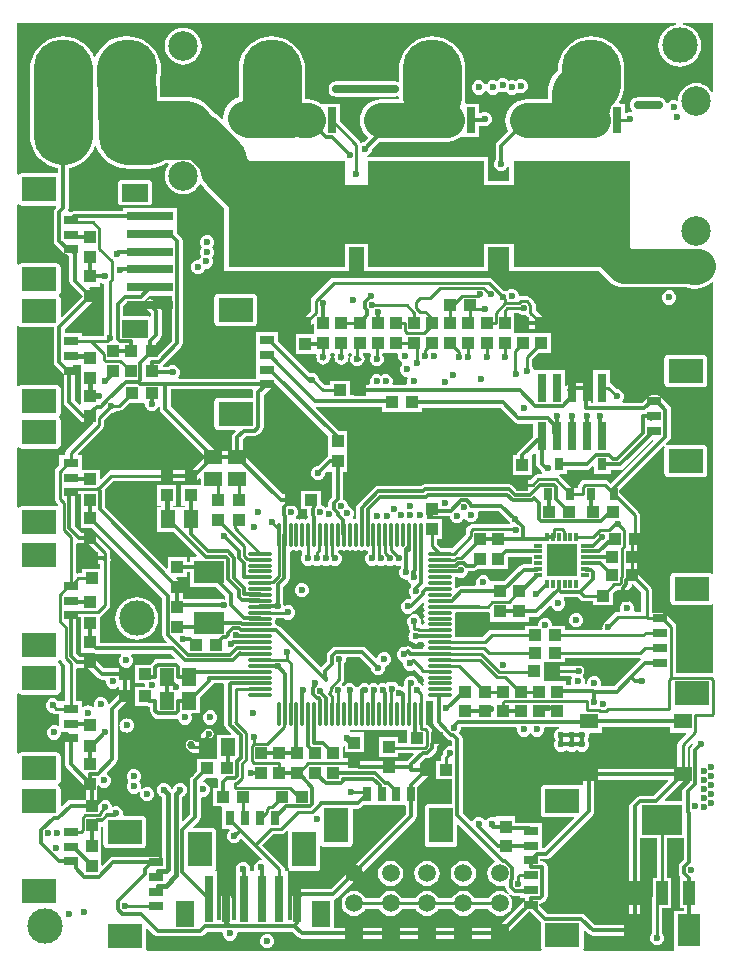
<source format=gtl>
%FSTAX23Y23*%
%MOIN*%
%SFA1B1*%

%IPPOS*%
%ADD10R,0.043310X0.039370*%
%ADD11R,0.051180X0.059060*%
%ADD12R,0.102360X0.074800*%
%ADD13R,0.102360X0.106300*%
%ADD14R,0.031500X0.013780*%
%ADD15R,0.013780X0.031500*%
%ADD16R,0.137800X0.098430*%
%ADD17R,0.039370X0.078740*%
%ADD18O,0.011810X0.082680*%
%ADD19O,0.082680X0.011810*%
%ADD20R,0.031500X0.039370*%
%ADD21R,0.061020X0.051180*%
%ADD22R,0.039370X0.043310*%
%ADD23R,0.059060X0.051180*%
%ADD24R,0.074800X0.106300*%
%ADD25R,0.031500X0.094490*%
%ADD26R,0.051180X0.031500*%
%ADD27R,0.031500X0.051180*%
%ADD28R,0.157480X0.031500*%
%ADD29R,0.031500X0.157480*%
%ADD30R,0.029530X0.089960*%
%ADD31R,0.391540X0.354920*%
%ADD32C,0.011810*%
%ADD33C,0.118110*%
%ADD34C,0.027560*%
%ADD35C,0.009840*%
%ADD36C,0.196850*%
%ADD37C,0.015000*%
%ADD38C,0.015750*%
%ADD39C,0.177160*%
%ADD40C,0.157480*%
%ADD41R,0.118110X0.082680*%
%ADD42R,0.082680X0.118110*%
%ADD43R,0.090550X0.059060*%
%ADD44R,0.059060X0.090550*%
%ADD45C,0.118110*%
%ADD46C,0.196850*%
%ADD47C,0.098430*%
%ADD48R,0.059060X0.059060*%
%ADD49C,0.059060*%
%ADD50C,0.078740*%
%ADD51C,0.023620*%
%ADD52C,0.027170*%
%LNninja_3_2_pcb-1*%
%LPD*%
G36*
X00202Y01523D02*
X00213D01*
Y01472*
Y01411*
X00252*
X00485Y01179*
Y01054*
X00486Y01047*
X0049Y01041*
X00499Y01032*
X00497Y01028*
X00276*
Y01062*
Y01115*
X00281Y01118*
X00307Y01144*
X0031Y01149*
X00312Y01156*
Y01299*
X00313Y01305*
X00312Y0131*
Y01328*
X0031Y01334*
X00307Y0134*
X0026Y01386*
X00257Y0139*
X00251Y01394*
X00245Y01396*
X00214*
X00193Y01417*
Y01517*
X00196Y01523*
X00197Y01524*
X00202Y01523*
G37*
G36*
X02082Y01197D02*
Y01132D01*
X0206*
X02057Y01137*
X02058Y01138*
X02058Y01145*
X02058Y01151*
X02055Y01156*
X02051Y01161*
X02046Y01165*
X02041Y01168*
X02035Y01168*
X02035Y01169*
X02034Y01171*
X02033Y01173*
X02036Y01178*
X02038Y01185*
Y01203*
X02045Y01211*
X02049Y01216*
X0205Y01223*
X02051Y01224*
X02055Y01225*
X02082Y01197*
G37*
G36*
X02078Y00976D02*
X0208Y00973D01*
X02033Y00926*
X01991Y00884*
X01951*
X01948Y00889*
X01948Y00895*
X01948Y00901*
X01945Y00906*
X01941Y00911*
X01936Y00915*
X01931Y00918*
X01925Y00918*
X01918Y00918*
X01913Y00915*
X01908Y00911*
X01904Y00906*
X01901Y00901*
X01901Y00895*
X01897Y0089*
X01897*
X01896Y00891*
X01893Y00895*
X01893Y009*
X01893Y00906*
X0189Y00911*
X01886Y00916*
X01886Y00917*
X01886Y00922*
X01887Y00922*
X0189Y00928*
X01892Y00935*
X0189Y00941*
X01887Y00947*
X01881Y0095*
X01875Y00952*
X0179*
X01783Y0095*
X01777Y00947*
X01774Y00941*
X01772Y00935*
X01774Y00928*
X01777Y00922*
X01783Y00919*
X0179Y00917*
X01847*
X0185Y00912*
X01849Y00911*
X01846Y00906*
X01846Y009*
X01846Y00893*
X01847Y00892*
X01844Y00887*
X01831*
Y009*
X0176*
X01756Y00903*
Y00963*
X01761*
X01828*
Y00977*
X02077*
X02078Y00976*
G37*
G36*
X00148Y0097D02*
X00151Y00965D01*
X00162Y00954*
Y00835*
X00142*
X00137Y00835*
X00136Y00836*
X00131Y0084*
X00126Y00843*
X0012Y00843*
X00113Y00843*
X00108Y0084*
X00103Y00836*
X00099Y00831*
X00096Y00826*
X00096Y0082*
X00096Y00813*
X00099Y00808*
X00103Y00803*
X00108Y00799*
X00113Y00796*
X00119Y00796*
X00125Y00792*
X00131Y00791*
X00142*
Y00752*
X00137Y0075*
X00136Y0075*
X00131Y00753*
X00125Y00753*
X00118Y00753*
X00113Y0075*
X00108Y00746*
X00104Y00741*
X00101Y00736*
X00101Y0073*
X00101Y00723*
X00104Y00718*
X00108Y00713*
X00113Y00709*
X00118Y00706*
X00125Y00706*
X00131Y00706*
X00136Y00709*
X00141Y00713*
X00145Y00718*
X00148Y00723*
X00148Y0073*
X0015Y00731*
X00172*
X00173Y00726*
X00167Y00722*
X00163Y00716*
X00161Y0071*
Y00623*
X00163Y00616*
X00167Y0061*
X00231Y00545*
Y00504*
X00179*
X00172Y00503*
X00166Y00499*
X0015Y00484*
X00146Y00486*
Y00541*
X00145Y00546*
X00142Y0055*
X00138Y00552*
X00138Y00552*
Y00557*
X00138Y00557*
X00142Y0056*
X00145Y00564*
X00146Y00569*
Y00651*
X00145Y00656*
X00142Y0066*
X00138Y00662*
X00134Y00663*
X00016*
X00011Y00662*
X00007Y0066*
X00007Y00659*
X00002Y00661*
Y00859*
X00007Y00861*
X00007Y0086*
X00011Y00857*
X00016Y00856*
X00134*
X00138Y00857*
X00142Y0086*
X00145Y00864*
X00146Y00869*
Y00951*
X00145Y00956*
X00142Y0096*
X00138Y00962*
X00138Y00962*
Y00967*
X00138Y00967*
X00142Y0097*
X00143Y0097*
X00148Y0097*
G37*
G36*
X00202Y01113D02*
X00213D01*
Y01062*
Y00996*
X00253*
X00258Y00993*
X00265Y00991*
X00346*
X00348Y00986*
X00348Y00986*
X00344Y00981*
X00341Y00976*
X00341Y0097*
X00341Y00963*
X00344Y00958*
X00348Y00953*
X00353Y00949*
X00356Y00948*
X00355Y00943*
X0029*
X00257Y00975*
X00251Y00979*
X00245Y00981*
X00209*
X00198Y00992*
Y0111*
X00201Y01113*
X00202Y01113*
G37*
G36*
X00206Y0136D02*
X00238D01*
X00266Y01332*
X00264Y01328*
X0025*
X00243Y01326*
X00237Y01322*
X00233Y01316*
X00231Y0131*
X00233Y01303*
X00237Y01297*
X00243Y01293*
X0025Y01291*
X00277*
Y01276*
X00218*
Y0126*
X00204*
X00202Y01259*
X00197Y01263*
Y01357*
X00202Y0136*
X00206Y0136*
G37*
G36*
X01142Y01337D02*
X01149Y01335D01*
X01156Y01337*
X01159Y01339*
X01162Y01337*
X01169Y01335*
X0117Y01334*
X0117Y01328*
X01168Y01326*
X01164Y01321*
X01161Y01316*
X01161Y0131*
X01161Y01303*
X01164Y01298*
X01168Y01293*
X01173Y01289*
X01178Y01286*
X01185Y01286*
X01191Y01286*
X01196Y01289*
X012Y01291*
X01203Y01289*
X01208Y01286*
X01215Y01286*
X01221Y01286*
X01226Y01289*
X0123Y01291*
X01233Y01289*
X01238Y01286*
X01245Y01286*
X01251Y01286*
X01256Y01289*
X0126Y01291*
X01263Y01289*
X01268Y01286*
X01275Y01286*
X01276Y01286*
X0128Y01283*
Y01278*
X01278Y01275*
X01275Y01269*
X01274Y01263*
X01275Y01257*
X01278Y01251*
X01281Y01246*
X01286Y01243*
X01292Y0124*
X01298Y01239*
X01301Y0124*
X01303Y01235*
X01307Y0123*
X01312Y01226*
X01313Y01226*
X01314Y01225*
X01315Y0122*
X01313Y01217*
X01313Y01216*
X01309Y01211*
X01306Y01206*
X01306Y012*
X01306Y01193*
X01309Y01188*
X01313Y01183*
X01314Y01181*
X01315Y01177*
X01311Y01173*
X01305Y01173*
X01298Y01173*
X01293Y0117*
X01288Y01166*
X01284Y01161*
X01281Y01156*
X01281Y0115*
X01281Y01143*
X01284Y01138*
X01288Y01133*
X01293Y01129*
X01298Y01126*
X01305Y01126*
X01311Y01126*
X01316Y01129*
X01321Y01133*
X01323Y01135*
X01326Y01137*
X01351Y01161*
X01356Y0116*
X01357Y01156*
X01357Y01155*
X01355Y01149*
X01357Y01142*
X01359Y01139*
X01357Y01136*
X01355Y01129*
X01357Y01122*
X01359Y01119*
X01357Y01116*
X01355Y01109*
X01357Y01102*
X01359Y01099*
X01357Y01096*
X01355Y0109*
X01355Y01089*
X01351Y01089*
X01347Y01093*
X01348Y01093*
X01348Y011*
X01348Y01106*
X01345Y01111*
X01341Y01116*
X01336Y0112*
X01331Y01123*
X01325Y01123*
X01318Y01123*
X01313Y0112*
X01308Y01116*
X01304Y01111*
X01301Y01106*
X01301Y011*
X01301Y01093*
X01304Y01088*
X01307Y01083*
Y01075*
X01309Y01068*
X01311Y01065*
X01308Y01062*
X01306Y01056*
X01305Y0105*
X01306Y01044*
X01308Y01038*
X01312Y01033*
X01317Y0103*
X01323Y01027*
X01329Y01026*
X01335Y01027*
X01341Y0103*
X01344Y01032*
X01354*
X01355Y0103*
X01357Y01024*
X01359Y01021*
X01357Y01018*
X01355Y01011*
X01354Y01009*
X01319*
X01316Y01012*
X0131Y01016*
X01303Y01018*
X01296Y01016*
X01291Y01013*
X0129Y01013*
X01283Y01013*
X01278Y0101*
X01273Y01006*
X01269Y01001*
X01266Y00996*
X01266Y0099*
X01266Y00983*
X01269Y00978*
X01273Y00973*
X01278Y00969*
X01283Y00966*
X01286Y00961*
X01286Y0096*
X01286Y00953*
X01289Y00948*
X01293Y00943*
X01298Y00939*
X01303Y00936*
X0131Y00936*
X01316Y00936*
X01321Y00939*
X01324Y00941*
X01337Y00927*
X01338Y00927*
X01342Y00923*
X01348Y00919*
X01351Y00918*
X01355Y00913*
X01355Y00912*
X01357Y00905*
X01359Y00902*
X01357Y009*
X01355Y00893*
X01356Y00888*
X01351Y00886*
X01351Y00886*
X01346Y0089*
X01341Y00893*
X01338Y00893*
X01338Y00894*
X01338Y009*
X01335Y00906*
X01331Y00911*
X01326Y00915*
X01321Y00917*
X01315Y00918*
X01308Y00917*
X01303Y00915*
X01298Y00911*
X01294Y00906*
X01291Y009*
X01291Y00899*
X01291Y00898*
X01289Y00891*
Y00884*
X01284Y00881*
X01281Y00883*
X01275Y00883*
X01272Y00883*
X0127Y00888*
X01266Y00893*
X01261Y00897*
X01255Y00899*
X01249Y009*
X01243Y00899*
X01237Y00897*
X01232Y00893*
X0123Y00891*
X01226Y00893*
X0122Y00893*
X01213Y00893*
X01208Y0089*
X01205Y00888*
X01201Y0089*
X01196Y00893*
X0119Y00893*
X01183Y00893*
X01178Y0089*
X01175Y00888*
X01171Y0089*
X01166Y00893*
X0116Y00893*
X01153Y00893*
X01148Y0089*
X01143Y00886*
X01142Y00886*
X01137Y00882*
X01136Y00882*
X01135Y0088*
X0113Y00881*
X0113Y00881*
X01126Y00886*
X01121Y0089*
X01116Y00893*
X0111Y00893*
X01103Y00893*
X01098Y0089*
X01093Y00886*
X01092Y00886*
X01087*
X01086Y00886*
X01085Y00888*
X01084Y00893*
X01087Y00895*
X0109Y009*
X01092Y00907*
Y00958*
X01095Y00963*
X01098Y00968*
X01098Y00975*
X01098Y00976*
X01101Y0098*
X01143*
X01181Y00943*
X01181Y00938*
X01184Y00933*
X01188Y00928*
X01193Y00924*
X01198Y00921*
X01205Y00921*
X01211Y00921*
X01216Y00924*
X01221Y00928*
X01225Y00933*
X01228Y00938*
X01228Y00945*
X01228Y00946*
X01231Y00951*
X01236Y00954*
X01241Y00958*
X01245Y00963*
X01248Y00968*
X01248Y00975*
X01248Y00981*
X01245Y00986*
X01241Y00991*
X01236Y00995*
X01231Y00998*
X01225Y00998*
X01218Y00998*
X01213Y00995*
X01208Y00991*
X01204Y00986*
X01201Y00981*
X01201Y0098*
X01196Y00978*
X01164Y01011*
X01158Y01015*
X01151Y01016*
X01065*
X01058Y01015*
X01052Y01011*
X01038Y00997*
X01034Y00991*
X01033Y00984*
Y00967*
X01013Y00947*
X01013Y00947*
X00877Y01082*
X00871Y01086*
X00868Y01087*
X00864Y0109*
X00862Y01096*
X0086Y01099*
X00862Y01102*
X00864Y01109*
X00864Y0111*
X00891*
X00893Y01109*
X00898Y01106*
X00905Y01106*
X00911Y01106*
X00916Y01109*
X00921Y01113*
X00925Y01118*
X00928Y01123*
X00928Y0113*
X00928Y01136*
X00925Y01141*
X00921Y01146*
X00916Y0115*
X00911Y01153*
X00905Y01153*
X00898Y01153*
X00893Y0115*
X00893Y0115*
X00888Y01153*
Y01216*
X00904Y01232*
X00908Y01238*
X00909Y01245*
Y01332*
X00913Y01335*
X0092Y01337*
X00922Y01339*
X00925Y01337*
X00932Y01335*
X00939Y01337*
X00942Y01339*
X00945Y01337*
X00952Y01335*
X00952Y01335*
Y01326*
X00949Y01321*
X00946Y01316*
X00946Y0131*
X00946Y01303*
X00949Y01298*
X00953Y01293*
X00958Y01289*
X00963Y01286*
X0097Y01286*
X00976Y01286*
X00981Y01289*
X00985Y01291*
X00988Y01289*
X00993Y01286*
X01Y01286*
X01006Y01286*
X01011Y01289*
X01015Y01291*
X01018Y01289*
X01023Y01286*
X0103Y01286*
X01036Y01286*
X01041Y01289*
X01045Y01291*
X01048Y01289*
X01053Y01286*
X0106Y01286*
X01066Y01286*
X01071Y01289*
X01076Y01293*
X0108Y01298*
X01083Y01303*
X01083Y0131*
X01083Y01316*
X0108Y01321*
X01076Y01326*
X01071Y0133*
X01071Y0133*
X01072Y01335*
X01077Y01337*
X0108Y01339*
X01083Y01337*
X0109Y01335*
X01097Y01337*
X011Y01339*
X01103Y01337*
X0111Y01335*
X01116Y01337*
X01119Y01339*
X01122Y01337*
X01129Y01335*
X01136Y01337*
X01139Y01339*
X01142Y01337*
G37*
G36*
X01716Y0129D02*
X01689D01*
X01682Y01289*
X01676Y01285*
X01624Y01233*
X01578*
X01578Y01234*
X01578Y01236*
X01577Y01237*
X01575Y01241*
X01571Y01246*
X01566Y0125*
X01561Y01253*
X01555Y01253*
X01548Y01253*
X01543Y0125*
X01538Y01246*
X01534Y01241*
X01531Y01236*
X01531Y0123*
X01531Y01223*
X01532Y01223*
X01528Y01218*
X01481*
X01474Y01216*
X01468Y01212*
X01467Y01211*
X01461Y01212*
X01461Y01215*
X01459Y01217*
X01461Y0122*
X01462Y01227*
X01461Y01234*
X01459Y01237*
X01461Y0124*
X01462Y01247*
X01467Y01249*
X01468Y01249*
X01473Y01246*
X0148Y01246*
X01486Y01246*
X01491Y01249*
X01496Y01253*
X015Y01258*
X01503Y01263*
X01503Y01268*
X01523*
X0153Y0127*
X01536Y01274*
X01537Y01274*
X01636*
Y01314*
X01637Y01315*
X01716*
Y0129*
G37*
G36*
X02001Y01202D02*
Y01185D01*
X02003Y01178*
X02007Y01172*
X02013Y01168*
X02017Y01167*
X02018Y01162*
X02018Y01161*
X02014Y01156*
X02011Y01151*
X02011Y01145*
X02011Y01138*
X02012Y01137*
X02009Y01132*
X02005*
X01998Y0113*
X01992Y01127*
X01957Y01092*
X01954Y01086*
X01952Y0108*
X01953Y01077*
X01949Y01072*
X01828*
Y01086*
X01786*
X01785Y01088*
X01784Y01094*
X01782Y01099*
X01778Y01104*
X01773Y01108*
X01767Y01111*
X01761Y01111*
X01755Y01111*
X01749Y01108*
X01744Y01104*
X0174Y01099*
X01738Y01094*
X01737Y01088*
X01736Y01086*
X01694*
Y01072*
X01585*
X01578Y0107*
X01572Y01067*
X01553Y01048*
X01464*
X01462Y0105*
X01461Y01057*
X01459Y0106*
X01461Y01063*
X01462Y0107*
X01461Y01077*
X01459Y0108*
X01461Y01083*
X01462Y0109*
X01461Y01096*
X01459Y01099*
X01461Y01102*
X01462Y01109*
X01461Y01116*
X01459Y01119*
X01461Y01122*
X01462Y01129*
X01464Y0113*
X01539*
X01544Y01131*
X01569*
X01573Y01132*
X01578Y01129*
Y01099*
X01641*
X01643*
X01706*
Y01115*
X01732*
X01739Y01116*
X01745Y0112*
X01777Y01152*
X01783Y0115*
X01784Y01148*
X01788Y01143*
X01793Y01139*
X01798Y01136*
X01805Y01136*
X01811Y01136*
X01816Y01139*
X01821Y01143*
X01825Y01148*
X01828Y01153*
X01828Y0116*
X01828Y01166*
X01825Y01171*
X01823Y01175*
X01825Y0118*
X0187*
X01878Y01172*
X01883Y01169*
X0189Y01167*
X01919*
Y01153*
X01986*
Y01194*
X01996Y01204*
X02001Y01202*
G37*
G36*
X00577Y01216D02*
X00663D01*
X00695Y01184*
Y01175*
X00691Y01172*
X0069Y01173*
X00553*
Y01215*
X00551Y01221*
X00547Y01227*
X00531Y01243*
X00533Y01248*
X00566*
Y01263*
X00577*
Y01216*
G37*
G36*
X00201Y00945D02*
X00237D01*
X0027Y00912*
X00276Y00908*
X00283Y00906*
X00292*
X00296Y00901*
X00296Y009*
X00296Y00893*
X00299Y00888*
X00303Y00883*
X00308Y00879*
X00313Y00876*
X0032Y00876*
X00326Y00876*
X00331Y00879*
X00336Y00883*
X00336Y00883*
X00341Y00881*
Y00857*
X00308Y00824*
X00306Y00824*
X00303Y00826*
X00303Y00831*
X003Y00836*
X00296Y00841*
X00291Y00845*
X00286Y00848*
X0028Y00848*
X00273Y00848*
X00268Y00845*
X00263Y00841*
X00259Y00836*
X00256Y00831*
X00256Y00825*
X00256Y00818*
X00257Y00816*
X00253Y00813*
X00248Y00817*
X00243Y00819*
X00236Y0082*
X0023Y00819*
X00225Y00817*
X00222Y00815*
X00217Y00818*
Y00835*
X00197*
Y00942*
X002Y00945*
X00201Y00945*
G37*
G36*
X01293Y00487D02*
X01296Y00484D01*
Y00457*
X01112Y00272*
X01047Y00208*
X00948*
X00941Y00206*
X00935Y00202*
X00922Y00189*
X00918Y00183*
X00916Y00176*
Y00103*
X00903*
Y00267*
X00893*
Y00274*
X00891Y0028*
X00888Y00286*
X00818Y00355*
X00854Y00391*
X0088*
X00886Y00392*
X00892Y00396*
X009Y00404*
X00901Y00403*
X00905Y00399*
Y00281*
X00906Y00276*
X00908Y00272*
X00912Y00269*
X00917Y00268*
X01*
X01004Y00269*
X01008Y00272*
X01011Y00276*
X01012Y00281*
Y00349*
X01012Y0035*
X01017Y00351*
X01019Y00349*
X01024Y00348*
X01107*
X01111Y00349*
X01115Y00352*
X01118Y00356*
X01119Y00361*
Y00476*
X01137*
X01144Y00478*
X0115Y00482*
X01155Y00487*
X01293*
G37*
G36*
X00527Y00979D02*
X00525Y00974D01*
X00469*
X00462Y00973*
X00456Y00969*
X00449Y00962*
X00446Y00956*
X00393*
Y00893*
X00423*
X00426Y00889*
X00426Y00887*
X00426Y00885*
X00423Y00881*
X00393*
Y00818*
X00434*
X00435Y00818*
X00441Y00816*
X00444*
Y008*
X00446Y00793*
X00449Y00787*
X00456Y0078*
X00462Y00776*
X00469Y00775*
X0053*
X00533Y00776*
X00536Y00773*
X00539Y00768*
X00543Y00763*
X00548Y00759*
X00553Y00756*
X0056Y00756*
X00566Y00756*
X00571Y00759*
X00576Y00763*
X0058Y00768*
X00583Y00773*
X00583Y0078*
X00583Y00786*
X00581Y00788*
X00585Y00793*
X00612*
Y00846*
X00652Y00887*
X00656Y00893*
X00657Y00894*
X00688*
X00692Y0089*
X00691Y0089*
Y00756*
X00693Y0075*
X00697Y00744*
X00715Y00725*
X00713Y00721*
X00667*
Y00641*
X00601*
Y00602*
X00582Y00582*
X00578Y00576*
X00576Y0057*
Y00455*
X00555Y00433*
X0055Y00435*
Y00516*
X00551Y00516*
X00556Y00518*
X00561Y00522*
X00565Y00527*
X00568Y00532*
X00568Y00539*
X00568Y00545*
X00565Y00551*
X00561Y00555*
X00556Y00559*
X00551Y00562*
X00545Y00562*
X00538Y00562*
X00533Y00559*
X00528Y00555*
X00524Y00551*
X00521Y00545*
X00521Y00543*
X00517Y00539*
X00513Y00543*
X00513Y00545*
X0051Y00551*
X00506Y00555*
X00501Y00559*
X00496Y00562*
X0049Y00562*
X00483Y00562*
X00478Y00559*
X00473Y00555*
X00469Y00551*
X00466Y00545*
X00466Y00539*
X00466Y00532*
X00469Y00527*
X00473Y00522*
X00478Y00518*
X00483Y00516*
X00484Y00516*
Y00309*
X00479Y00307*
X00477Y0031*
X00471Y00314*
X00465Y00315*
X00322*
X00315Y00314*
X00309Y0031*
X00286Y00286*
X00281Y00288*
Y00311*
Y00316*
Y00316*
Y00383*
Y00386*
Y00415*
X00284Y00416*
X00288Y00413*
Y00358*
X00289Y00353*
X00292Y00349*
X00296Y00346*
X00301Y00345*
X00419*
X00423Y00346*
X00427Y00349*
X0043Y00353*
X00431Y00358*
Y0044*
X0043Y00445*
X00427Y00449*
X00423Y00451*
X00419Y00452*
X00357*
X00353Y00457*
X00353Y0046*
X00353Y00466*
X0035Y00471*
X00346Y00476*
X00341Y0048*
X00336Y00483*
X0033Y00483*
X00323Y00483*
X00322Y00482*
X00318Y00484*
X00318Y00486*
X00315Y00491*
X00311Y00496*
X00306Y005*
X00301Y00503*
X00295Y00503*
X00288Y00503*
X00283Y005*
X00278Y00496*
X00274Y00491*
X00273Y00488*
X00268Y00489*
Y00551*
X00272Y00553*
X00273Y00553*
X00278Y00549*
X00283Y00546*
X0029Y00546*
X00296Y00546*
X00301Y00549*
X00306Y00553*
X0031Y00558*
X00313Y00563*
X00313Y0057*
X00313Y00576*
X0031Y00581*
X00306Y00586*
X00301Y0059*
X003Y00591*
X00299Y00596*
X00331Y00627*
X00335Y00633*
X00336Y0064*
Y00801*
X00372Y00837*
X00376Y00843*
X00378Y0085*
Y00925*
X00376Y00931*
X00372Y00937*
X00367Y00941*
X00367Y00942*
X00367Y00946*
X00371Y00946*
X00376Y00949*
X00381Y00953*
X00385Y00958*
X00388Y00963*
X00388Y0097*
X00388Y00976*
X00385Y00981*
X00381Y00986*
X00381Y00986*
X00383Y00991*
X00515*
X00527Y00979*
G37*
G36*
X02171Y00567D02*
X02122Y00518D01*
X02076*
X02069Y00516*
X02063Y00512*
X02047Y00496*
X02043Y0049*
X02041Y00483*
Y00195*
Y00088*
X01928*
X01895Y00121*
X01889Y00124*
X01882Y00126*
X01769*
X0174Y00154*
X01742Y00159*
X01744*
X01751Y0016*
X01757Y00164*
X01764Y00171*
X01768Y00177*
X01769Y00184*
Y00282*
X01768Y00289*
X01764Y00295*
X01758Y00298*
X01751Y003*
X01746*
X01743Y00305*
X01745Y00307*
X01765*
X01772Y00308*
X01777Y00312*
X01919Y00454*
X01923Y0046*
X01925Y00467*
Y00571*
X02169*
X02171Y00567*
G37*
G36*
X02223Y00305D02*
X02212Y00294D01*
X02208Y00288*
X02206Y00281*
Y00261*
X02208Y00254*
X0221Y00251*
X02209Y00246*
Y00143*
X02223*
Y00134*
X02191*
Y00005*
X02188Y00002*
X0189*
X01888Y00007*
X01889Y00008*
X0189Y00013*
Y00069*
X01894Y00071*
X01908Y00057*
X01914Y00053*
X01921Y00051*
X0206*
X02066Y00053*
X02072Y00057*
X02076Y00063*
X02078Y0007*
Y00195*
Y00378*
X02133*
Y00246*
X02119*
Y00185*
X02117Y00179*
Y00061*
X02114Y00056*
X02111Y00051*
X02111Y00045*
X02111Y00038*
X02114Y00033*
X02118Y00028*
X02123Y00024*
X02128Y00021*
X02135Y00021*
X02141Y00021*
X02146Y00024*
X02151Y00028*
X02155Y00033*
X02158Y00038*
X02158Y00045*
X02158Y00051*
X02155Y00056*
X02152Y00061*
Y00143*
X02182*
Y00246*
X02167*
Y00378*
X02223*
Y00305*
G37*
G36*
X01747Y00096D02*
X01747Y00096D01*
Y00013*
X01748Y00008*
X01749Y00007*
X01747Y00002*
X00433*
X0043Y00007*
X00431Y0001*
Y00076*
X00435Y00078*
X00458Y00056*
X00463Y00052*
X0047Y00051*
X00611*
X00618Y00052*
X00624Y00056*
X00634Y00066*
X00682*
X00686Y00061*
X00686Y0006*
X00686Y00053*
X00689Y00048*
X00693Y00043*
X00698Y00039*
X00703Y00036*
X0071Y00036*
X00716Y00036*
X00721Y00039*
X00726Y00043*
X0073Y00048*
X00733Y00053*
X00733Y0006*
X00733Y00061*
X00737Y00066*
X00917*
X00937Y00047*
X00943Y00043*
X0095Y00041*
X0161*
X01616Y00043*
X01622Y00047*
X0171Y00134*
X01747Y00096*
G37*
G36*
X01373Y00835D02*
X01388D01*
Y00763*
X01389Y00756*
X01393Y00751*
X01422Y00721*
X01436Y00708*
X01441Y00704*
X01448Y00703*
X0145Y007*
Y00686*
X01446Y00683*
X01445Y00683*
X01438Y00683*
X01433Y0068*
X01428Y00676*
X01424Y00671*
X01421Y00666*
X01421Y0066*
X01419Y00658*
X01416Y00653*
X01414Y00646*
Y00636*
X01398*
Y00573*
X0145*
Y00491*
X01372*
X01367Y0049*
X01363Y00487*
X01361Y00483*
X0136Y00479*
Y00361*
X01361Y00356*
X01363Y00352*
X01367Y00349*
X01372Y00348*
X01455*
X01459Y00349*
X01463Y00352*
X01466Y00356*
X01467Y00361*
Y00422*
X01471Y00424*
X01593Y00302*
X01592Y00297*
X01589Y00296*
X0158Y00289*
X01573Y0028*
X01569Y0027*
X01568Y0026*
X01569Y00249*
X01573Y00239*
X0158Y0023*
X01589Y00223*
X01599Y00219*
X0161Y00218*
X0162Y00219*
X01624Y00221*
X01628Y00218*
Y00215*
X01629Y00208*
X01633Y00202*
X01642Y00193*
X01638Y00189*
X01636Y00191*
X0163Y00196*
X0162Y002*
X0161Y00201*
X01599Y002*
X01589Y00196*
X0158Y00189*
X01573Y0018*
X01572Y00177*
X01526*
X01524Y0018*
X01518Y00189*
X01509Y00196*
X01499Y002*
X01488Y00201*
X01477Y002*
X01467Y00196*
X01459Y00189*
X01452Y0018*
X01451Y00177*
X01405*
X01403Y0018*
X01396Y00189*
X01388Y00196*
X01378Y002*
X01367Y00201*
X01356Y002*
X01346Y00196*
X01338Y00189*
X01331Y0018*
X01329Y00177*
X01283*
X01282Y0018*
X01275Y00189*
X01267Y00196*
X01257Y002*
X01246Y00201*
X01235Y002*
X01225Y00196*
X01216Y00189*
X0121Y0018*
X01208Y00177*
X01162*
X01161Y0018*
X01154Y00189*
X01145Y00196*
X01135Y002*
X01125Y00201*
X01114Y002*
X01104Y00196*
X01095Y00189*
X01088Y0018*
X01084Y0017*
X01083Y0016*
X01084Y00149*
X01088Y00139*
X01095Y0013*
X01104Y00123*
X01114Y00119*
X01125Y00118*
X01135Y00119*
X01145Y00123*
X01154Y0013*
X01161Y00139*
X01162Y00142*
X01208*
X0121Y00139*
X01216Y0013*
X01225Y00123*
X01235Y00119*
X01246Y00118*
X01257Y00119*
X01267Y00123*
X01275Y0013*
X01282Y00139*
X01283Y00142*
X01329*
X01331Y00139*
X01338Y0013*
X01346Y00123*
X01356Y00119*
X01367Y00118*
X01378Y00119*
X01388Y00123*
X01396Y0013*
X01403Y00139*
X01405Y00142*
X01451*
X01452Y00139*
X01459Y0013*
X01467Y00123*
X01477Y00119*
X01488Y00118*
X01499Y00119*
X01509Y00123*
X01518Y0013*
X01524Y00139*
X01526Y00142*
X01572*
X01573Y00139*
X0158Y0013*
X01589Y00123*
X01599Y00119*
X0161Y00118*
X0162Y00119*
X0163Y00123*
X01639Y0013*
X01646Y00139*
X0165Y00149*
X01651Y0016*
X0165Y0017*
X01646Y0018*
X01641Y00186*
X01639Y00188*
X01643Y00192*
X01647Y00188*
X01653Y00184*
X0166Y00183*
X01676*
Y00177*
X01695*
X01695Y00177*
Y0017*
X01693Y00168*
X01602Y00078*
X01058*
X01056Y00081*
Y00171*
X01056Y00172*
X01061Y00173*
X01067Y00177*
X01137Y00247*
X01327Y00437*
X01331Y00443*
X01333Y0045*
Y00525*
Y00547*
X01377Y00592*
X01381Y00598*
X01383Y00605*
X01381Y00611*
X01377Y00617*
X01371Y00621*
X01365Y00623*
X01347*
X01345Y00627*
X01361Y00644*
X01368*
X01375Y00645*
X0138Y00649*
X01397Y00666*
X01401Y00671*
X01402Y00678*
Y00684*
X01414Y00697*
X01418Y00703*
X01419Y0071*
X01418Y00716*
X01414Y00722*
X01408Y00726*
X01401Y00728*
X01395Y00726*
X01389Y00723*
X01386Y00723*
X01384Y00724*
Y00734*
X01383Y0074*
X01379Y00746*
X01373Y00752*
X01367Y00756*
X01364Y00757*
Y00826*
X01363Y00831*
Y00833*
X01368Y00836*
X01373Y00835*
G37*
G36*
X0128Y00738D02*
X01287Y00737D01*
X01294Y00738*
X01297Y0074*
X01299Y00738*
X01301Y00738*
Y00696*
X01271*
Y00715*
X01208*
Y00648*
X01271*
Y00662*
X01322*
X01324Y00657*
X01302Y00635*
X013Y00633*
X01147*
X01137Y00642*
X01131Y00646*
X01125Y00648*
X01118Y00646*
X01115Y00644*
X01086*
Y00681*
X01091Y00684*
X01093Y00683*
Y00663*
X01156*
Y0073*
X01112*
X01111Y0073*
X0111Y00731*
X01109Y00737*
X0111Y00737*
X01116Y00738*
X01119Y0074*
X01122Y00738*
X01129Y00737*
X01136Y00738*
X01139Y0074*
X01142Y00738*
X01149Y00737*
X01156Y00738*
X01159Y0074*
X01162Y00738*
X01169Y00737*
X01175Y00738*
X01178Y0074*
X01181Y00738*
X01188Y00737*
X01195Y00738*
X01198Y0074*
X01201Y00738*
X01208Y00737*
X01215Y00738*
X01218Y0074*
X01221Y00738*
X01228Y00737*
X01235Y00738*
X01237Y0074*
X0124Y00738*
X01247Y00737*
X01254Y00738*
X01257Y0074*
X0126Y00738*
X01267Y00737*
X01274Y00738*
X01277Y0074*
X0128Y00738*
G37*
G36*
X02177Y00729D02*
X02229D01*
X02231Y00725*
X02207Y00701*
X02204Y00695*
X02202Y00689*
Y00608*
X01907*
X019Y00606*
X01894Y00602*
X0189Y00596*
X01888Y0059*
Y00555*
X01883Y00553*
X01882Y00554*
X01878Y00555*
X01759*
X01755Y00554*
X01751Y00551*
X01748Y00547*
X01747Y00543*
Y0046*
X01748Y00455*
X01751Y00451*
X01755Y00449*
X01759Y00448*
X01856*
X01858Y00443*
X01757Y00343*
X01751*
Y00374*
Y00429*
X01676*
Y00428*
X01661*
Y0045*
X01598*
X01593Y00447*
X01591Y00448*
X01585Y00448*
X01578Y00448*
X01573Y00445*
X01568Y00441*
X01565Y00438*
X01564Y00437*
X0156*
X01559Y00438*
X01556Y00441*
X01551Y00445*
X01546Y00448*
X0154Y00448*
X01533Y00448*
X01528Y00445*
X01523Y00441*
X01519Y00436*
X01518Y00435*
X01512Y00434*
X01486Y00461*
Y00647*
X01486Y0065*
Y00708*
X01485Y00715*
X01481Y00721*
X01473Y00729*
X01473Y00729*
X01477Y00734*
X01479Y0074*
X0148Y00746*
X01482Y00748*
X01662*
X01666Y00743*
X01666Y0074*
X01666Y00733*
X01669Y00728*
X01673Y00723*
X01678Y00719*
X01683Y00716*
X0169Y00716*
X01696Y00716*
X01701Y00719*
X01706Y00723*
X01709Y00726*
X0171Y00727*
X01714*
X01715Y00726*
X01718Y00723*
X01723Y00719*
X01728Y00716*
X01735Y00716*
X01741Y00716*
X01746Y00719*
X01751Y00723*
X01755Y00728*
X01758Y00733*
X01758Y0074*
X01758Y00743*
X01762Y00748*
X01807*
X01808Y00743*
X01803Y00741*
X01798Y00737*
X01794Y00732*
X01791Y00726*
X01791Y0072*
X01791Y00714*
X01794Y00708*
X01796Y00705*
Y00705*
X01794Y00701*
X01791Y00696*
X01791Y0069*
X01791Y00683*
X01794Y00678*
X01798Y00673*
X01803Y00669*
X01808Y00666*
X01815Y00666*
X01821Y00666*
X01826Y00669*
X0183Y00672*
X01834*
X01838Y00669*
X01843Y00666*
X0185Y00666*
X01856Y00666*
X01861Y00669*
X01865Y00672*
X01869*
X01873Y00669*
X01878Y00666*
X01885Y00666*
X01891Y00666*
X01896Y00669*
X01901Y00673*
X01905Y00678*
X01908Y00683*
X01908Y0069*
X01908Y00696*
X01905Y00701*
X01903Y00705*
X01905Y00708*
X01908Y00714*
X01908Y0072*
X01908Y00724*
X01911Y00729*
X01949*
Y00749*
X02177*
Y00729*
G37*
G36*
X02254Y00692D02*
X02254Y0069D01*
X02249Y00685*
X02245Y00679*
X02244Y00672*
Y00566*
X02223Y00546*
X02219Y0054*
X02218Y00533*
Y005*
X02162*
X0216Y00504*
X02232Y00577*
X02236Y00583*
X02238Y0059*
X02237Y00595*
Y00682*
X02249Y00694*
X02254Y00692*
G37*
G36*
X00668Y00578D02*
D01*
X00668*
X00671Y00574*
X00672Y00573*
X00671Y00571*
X0067Y00564*
Y00546*
X00654*
Y00483*
X0068*
X00685Y00482*
Y00407*
X00707*
X00707Y00407*
X00709Y00402*
X00708Y00401*
X00704Y00396*
X00701Y00391*
X00701Y00385*
X00701Y00378*
X00704Y00373*
X00708Y00368*
X00713Y00364*
X00718Y00361*
X00725Y00361*
X00731Y00361*
X00736Y00364*
X00741Y00368*
X00745Y00373*
X00746Y00373*
X0075Y00374*
X00782Y00343*
X00817Y00308*
X00815Y00303*
X00808Y00303*
X00803Y003*
X00798Y00296*
X00794Y00291*
X00791Y00286*
X00791Y0028*
X00791Y00273*
X00792Y00272*
X00789Y00268*
X00785Y00267*
X00781Y00269*
X00778Y00272*
X00778Y00275*
X00778Y00281*
X00775Y00287*
X00771Y00292*
X00766Y00296*
X00761Y00298*
X00755Y00299*
X00748Y00298*
X00743Y00296*
X00738Y00292*
X00734Y00287*
X00731Y00281*
X00731Y00275*
X00731Y00272*
X0073Y00267*
Y00103*
X00717*
X00716Y00103*
Y00176*
X00715Y00183*
X00711Y00189*
X00705Y00193*
X00698Y00195*
X00691Y00193*
X00686Y00189*
X00682Y00183*
X0068Y00176*
Y00103*
X00667*
Y00267*
X00662*
X0066Y00272*
X00663Y00276*
X00664Y00281*
Y00399*
X00663Y00403*
X0066Y00407*
X00656Y0041*
X00652Y00411*
X0059*
X00588Y00415*
X00607Y00435*
X00611Y00441*
X00613Y00448*
Y00512*
X00618Y00516*
X0062Y00516*
X00626Y00516*
X00631Y00519*
X00636Y00523*
X0064Y00528*
X00643Y00533*
X00643Y0054*
X00643Y00546*
X0064Y00551*
X00636Y00556*
X00631Y0056*
X00626Y00563*
X00621Y00563*
X00619Y00566*
X00619Y00568*
X00629Y00578*
X00663*
X00668*
G37*
G36*
X00426Y01825D02*
X00426Y01818D01*
X00429Y01813*
X00433Y01808*
X00438Y01804*
X00443Y01801*
X0045Y01801*
X00456Y01801*
X00461Y01804*
X00466Y01808*
X0047Y01813*
X00471Y01816*
X00476Y01815*
Y01809*
X00478Y01802*
X00482Y01797*
X00629Y01649*
X00584Y01604*
X005*
X00494Y01603*
X00315*
X00308Y01602*
X00303Y01598*
X00281Y01576*
X00276Y01578*
Y01606*
X00217*
Y01655*
X00205*
X00203Y0166*
X00287Y01744*
X00291Y0175*
X00292Y01756*
Y01771*
X00316Y01795*
X00322Y01795*
X00327Y01798*
X00332Y01801*
X00341*
X00348Y01803*
X00353Y01806*
X00375Y01828*
X00416*
X00416*
X00423*
X00426Y01825*
G37*
G36*
X00517Y02034D02*
X0047Y01988D01*
X00469Y01988*
X00466Y01992*
X00466Y01993*
X00468Y02*
X00466Y02006*
X00463Y02012*
Y02026*
X00477Y02041*
X00481Y02047*
X00483Y02053*
Y02135*
X00481Y02141*
X00477Y02147*
X00457Y02167*
X00451Y02171*
X00445Y02173*
X00438Y02171*
X00432Y02167*
X00428Y02161*
X00426Y02155*
X00428Y02148*
X00432Y02142*
X00446Y02127*
Y0212*
X00441Y02116*
X0044Y02117*
X00355*
Y02151*
X00368Y02164*
X00413*
X0042Y02165*
X00426Y02169*
X00442Y02186*
X00517*
Y02034*
G37*
G36*
X00007Y02085D02*
X00011Y02082D01*
X00016Y02081*
X00123*
X00124Y0208*
Y01963*
X00125Y01956*
X00129Y0195*
X00156Y01923*
Y0183*
X00158Y01823*
X00162Y01817*
X00209Y0177*
X00215Y01766*
X00221Y01765*
X00245*
X00249Y01765*
X00254Y01763*
X00255Y01762*
X00255Y0176*
X00167Y01673*
X00164Y01667*
X00162Y01661*
Y01655*
X00142*
Y01622*
X00131Y01611*
X00127Y01606*
X00126Y01599*
Y01509*
X00127Y01503*
X00131Y01497*
X00138Y0149*
X00137Y01487*
X00134Y01483*
X00016*
X00011Y01482*
X00007Y0148*
X00007Y01479*
X00002Y01481*
Y01679*
X00007Y01681*
X00007Y0168*
X00011Y01677*
X00016Y01676*
X00134*
X00138Y01677*
X00142Y0168*
X00145Y01684*
X00146Y01689*
Y01771*
X00145Y01776*
X00142Y0178*
Y01785*
X00145Y01789*
X00146Y01794*
Y01876*
X00145Y01881*
X00142Y01885*
X00138Y01887*
X00134Y01888*
X00016*
X00011Y01887*
X00007Y01885*
X00007Y01884*
X00002Y01886*
Y02084*
X00007Y02086*
X00007Y02085*
G37*
G36*
X00213Y01949D02*
Y01944D01*
Y01877*
Y01823*
X00208Y01821*
X00193Y01837*
Y01922*
X00196Y01928*
X00198Y01935*
X00196Y01941*
X00192Y01947*
X00186Y01951*
X00187Y01956*
X00213*
Y01949*
G37*
G36*
X00007Y0249D02*
X00011Y02487D01*
X00016Y02486*
X0013*
X00132Y02481*
X00129Y02478*
X00125Y02472*
X00124Y02466*
Y02368*
X00125Y02361*
X00129Y02355*
X00158Y02327*
X00164Y02323*
X00171Y02321*
X00172*
X00175Y02319*
Y02235*
X00176Y02228*
X0018Y02222*
X00219Y02183*
X0015Y02114*
X00146Y02116*
Y02176*
X00145Y02181*
X00142Y02185*
Y0219*
X00145Y02194*
X00146Y02199*
Y02281*
X00145Y02286*
X00142Y0229*
X00138Y02292*
X00134Y02293*
X00016*
X00011Y02292*
X00007Y0229*
X00007Y02289*
X00002Y02291*
Y02489*
X00007Y02491*
X00007Y0249*
G37*
G36*
X02322Y02864D02*
X02317Y02863D01*
X02315Y02867*
X02308Y02876*
X02299Y02884*
X02288Y02889*
X02276Y02893*
X02265Y02894*
X02253Y02893*
X02241Y02889*
X0223Y02884*
X02221Y02876*
X02214Y02867*
X02208Y02856*
X02204Y02845*
X02204Y02839*
X02199Y02836*
X02196Y02838*
X0219Y02838*
X02183Y02838*
X02178Y02835*
X02173Y02831*
X0217Y02827*
X02166Y02828*
X02164Y02828*
X02162Y02834*
X02158Y0284*
X02152Y02844*
X02146Y02846*
X0214Y02847*
X0207*
X02063Y02846*
X02057Y02844*
X02051Y0284*
X02047Y02834*
X02045Y02828*
X02044Y02821*
X02045Y02815*
X02047Y02808*
X02051Y02803*
X0205Y02798*
X0205Y02798*
X02045Y02798*
X02038Y02798*
X02033Y02795*
X02031Y02794*
X02026Y02796*
Y02826*
X02009*
X02007Y02831*
X02013Y02842*
X0202Y02858*
X02024Y02875*
X02025Y02892*
Y0294*
X02024Y02957*
X0202Y02974*
X02013Y0299*
X02004Y03005*
X01993Y03018*
X0198Y03029*
X01965Y03038*
X01949Y03045*
X01932Y03049*
X01915Y0305*
X01897Y03049*
X0188Y03045*
X01864Y03038*
X0185Y03029*
X01836Y03018*
X01825Y03005*
X01816Y0299*
X01809Y02974*
X01805Y02957*
X01804Y0294*
Y02938*
X01802Y02936*
X01791Y02923*
X01782Y02908*
X01775Y02892*
X01771Y02875*
X0177Y02858*
Y02841*
X017*
X01686Y02839*
X01672Y02835*
X0166Y02829*
X01649Y0282*
X0164Y02809*
X01634Y02797*
X0163Y02783*
X01628Y0277*
X0163Y02756*
X01634Y02742*
X01638Y02734*
X01602Y02697*
X01598Y02691*
X01596Y02685*
Y0264*
X01594Y02636*
X01591Y02631*
X01591Y02625*
X01591Y02618*
X01594Y02613*
X01598Y02608*
X01603Y02604*
X01608Y02601*
X01615Y02601*
X01621Y02601*
X01626Y02604*
X01631Y02608*
X01635Y02613*
X01637Y02617*
X01642Y02616*
Y02568*
X01572*
Y02647*
X01168*
X01167Y02652*
X01171Y02654*
X01176Y02658*
X0118Y02663*
X01183Y02668*
X01183Y02673*
X01209Y02699*
X01215Y02698*
X01415*
X01425Y02699*
X01435Y02698*
X01449Y027*
X01462Y02704*
X01474Y0271*
X01477Y02713*
X01541*
Y02751*
X01554*
X0156Y02751*
X01566Y02751*
X01571Y02754*
X01576Y02758*
X0158Y02763*
X01583Y02768*
X01583Y02775*
X01583Y02781*
X0158Y02786*
X01576Y02791*
X01571Y02795*
X01566Y02798*
X0156Y02798*
X01553Y02798*
X01548Y02795*
X01546Y02794*
X01541Y02796*
Y02826*
X01496*
X01493Y0283*
X01494Y02832*
X01495Y0285*
Y0294*
X01494Y02957*
X0149Y02974*
X01483Y0299*
X01474Y03005*
X01463Y03018*
X0145Y03029*
X01435Y03038*
X01419Y03045*
X01402Y03049*
X01385Y0305*
X01367Y03049*
X0135Y03045*
X01334Y03038*
X0132Y03029*
X01306Y03018*
X01295Y03005*
X01286Y0299*
X01279Y02974*
X01275Y02957*
X01274Y0294*
Y02902*
X01269Y02898*
X01266Y02899*
X0126Y029*
X01065*
X01058Y02899*
X01052Y02897*
X01046Y02893*
X01042Y02887*
X0104Y02881*
X01039Y02875*
X0104Y02868*
X01042Y02862*
X01046Y02856*
X01052Y02852*
X01058Y0285*
X01065Y02849*
X0126*
X01266Y0285*
X01268Y0285*
X01273Y02848*
X01273Y02845*
X01269Y02841*
X01215*
X01201Y02839*
X01187Y02835*
X01175Y02829*
X01164Y0282*
X01155Y02809*
X01149Y02797*
X01145Y02783*
X01143Y0277*
X01145Y02756*
X01149Y02742*
X01155Y0273*
X01164Y02719*
X01169Y02715*
X01169Y0271*
X01158Y02698*
X01153Y02698*
X01148Y02695*
X01147Y02695*
X01144Y02699*
X01076Y02767*
Y02826*
X01012*
X01009Y02829*
X00997Y02835*
X00984Y02839*
X0097Y02841*
X0096*
Y0294*
X00959Y02957*
X00955Y02974*
X00948Y0299*
X00939Y03005*
X00928Y03018*
X00915Y03029*
X009Y03038*
X00884Y03045*
X00867Y03049*
X0085Y0305*
X00832Y03049*
X00815Y03045*
X00799Y03038*
X00785Y03029*
X00771Y03018*
X0076Y03005*
X00751Y0299*
X00744Y02974*
X0074Y02957*
X00739Y0294*
Y02847*
X00732Y02845*
X0072Y02838*
X00709Y0283*
X007Y02819*
X00693Y02807*
X00689Y02793*
X00688Y02779*
X00688Y02775*
X00684Y02773*
X00674Y02783*
X00663Y02792*
X00653Y02798*
X0065Y02803*
X00639Y02816*
X00626Y02828*
X00611Y02837*
X00595Y02843*
X00578Y02847*
X00561Y02849*
X00477*
X00476Y0291*
X00479Y02922*
X0048Y0294*
X00479Y02957*
X00475Y02974*
X00468Y0299*
X00459Y03005*
X00448Y03018*
X00435Y03029*
X0042Y03038*
X00404Y03045*
X00387Y03049*
X0037Y0305*
X00366Y0305*
X00362Y0305*
X00345Y03048*
X00328Y03044*
X00312Y03037*
X00297Y03027*
X00285Y03016*
X00274Y03002*
X00265Y02987*
X00262Y0298*
X00257Y0298*
X00253Y0299*
X00244Y03005*
X00233Y03018*
X0022Y03029*
X00205Y03038*
X00189Y03045*
X00172Y03049*
X00155Y0305*
X00137Y03049*
X0012Y03045*
X00104Y03038*
X0009Y03029*
X00076Y03018*
X00065Y03005*
X00056Y0299*
X00049Y02974*
X00045Y02957*
X00044Y0294*
Y0272*
X00045Y02702*
X00049Y02685*
X00056Y02669*
X00065Y02655*
X00076Y02641*
X0009Y0263*
X00104Y02621*
X0012Y02614*
X00136Y0261*
Y02596*
X00134Y02593*
X00016*
X00011Y02592*
X00007Y0259*
X00007Y02589*
X00002Y02591*
Y03095*
X02197*
X02197Y0309*
X02196Y03089*
X02182Y03085*
X0217Y03079*
X02159Y0307*
X0215Y03059*
X02144Y03047*
X0214Y03033*
X02138Y0302*
X0214Y03006*
X02144Y02992*
X0215Y0298*
X02159Y02969*
X0217Y0296*
X02182Y02954*
X02196Y0295*
X0221Y02948*
X02223Y0295*
X02237Y02954*
X02249Y0296*
X0226Y02969*
X02269Y0298*
X02275Y02992*
X02279Y03006*
X02281Y0302*
X02279Y03033*
X02275Y03047*
X02269Y03059*
X0226Y0307*
X02249Y03079*
X02237Y03085*
X02223Y03089*
X02222Y0309*
X02222Y03095*
X02322*
Y02864*
G37*
G36*
X00283Y02229D02*
X00288Y02226D01*
X00292Y02226*
Y02061*
X00289Y02056*
X00287Y02051*
X00217*
Y0206*
X0016*
Y02073*
X00257Y0217*
X00261Y02176*
X00263Y02183*
X00261Y02189*
X00257Y02195*
X00241Y02211*
X00243Y02216*
X00276*
Y02228*
X00281Y0223*
X00283Y02229*
G37*
G36*
X00265Y02685D02*
X00265Y02684D01*
X00265Y02683*
X00268Y02676*
X00271Y02669*
X00272Y02668*
X00272Y02667*
X00276Y02661*
X0028Y02655*
X00281Y02654*
X00282Y02652*
X00286Y02647*
X00291Y02641*
X00292Y0264*
X00293Y0264*
X00299Y02635*
X00305Y0263*
X00306Y02629*
X00307Y02629*
X00313Y02625*
X00319Y02621*
X0032Y0262*
X00322Y0262*
X00328Y02617*
X00335Y02614*
X00337Y02614*
X00338Y02614*
X00345Y02612*
X00352Y0261*
X00353Y0261*
X00355Y0261*
X00362Y0261*
X0037Y02609*
X00437*
X00455Y0261*
X00471Y02614*
X00487Y02621*
X00498Y02628*
X00505*
X00507Y02623*
X00504Y02619*
X00498Y02608*
X00494Y02596*
X00493Y02585*
X00494Y02573*
X00498Y02561*
X00504Y0255*
X00511Y02541*
X0052Y02534*
X00531Y02528*
X00543Y02524*
X00555Y02523*
X00566Y02524*
X00578Y02528*
X00589Y02534*
X00598Y02541*
X00605Y0255*
X00609Y02557*
X00615Y02557*
X00615Y02557*
X00624Y02546*
X00692Y02479*
Y02269*
X01107*
Y02347*
X01157*
Y02269*
X01572*
Y02347*
X01642*
Y02269*
X01938*
X01973Y02234*
X01983Y02225*
X01996Y02219*
X02009Y02215*
X02023Y02213*
X02229*
X02241Y0221*
X02255Y02208*
X02264*
X02278Y0221*
X02292Y02214*
X02304Y0222*
X02315Y02229*
X02317Y02232*
X02317Y02232*
X02322Y0223*
Y01259*
X02317Y01258*
X02317Y01258*
X02313Y01261*
X02309Y01262*
X0219*
X02186Y01261*
X02182Y01258*
X02179Y01254*
X02178Y0125*
Y01167*
X02179Y01162*
X02182Y01158*
X02186Y01156*
X0219Y01155*
X02309*
X02313Y01156*
X02317Y01158*
X02317Y01159*
X02322Y01157*
Y00932*
X02317Y00929*
X02313Y00929*
X02198*
Y01081*
X02197Y01087*
X02193Y01093*
X02164Y01122*
X02159Y01125*
X02152Y01127*
X02117*
Y01205*
X02115Y01211*
X02112Y01217*
X02067Y01262*
Y01315*
Y01357*
X02072Y01362*
X02075Y01368*
X02077Y01375*
Y01454*
X02075Y01461*
X02072Y01466*
X02007Y01531*
Y01535*
X02155Y01683*
X02159Y0168*
X02158Y01676*
Y01593*
X02159Y01588*
X02162Y01584*
X02166Y01582*
X0217Y01581*
X02289*
X02293Y01582*
X02297Y01584*
X023Y01588*
X02301Y01593*
Y01676*
X023Y0168*
X02297Y01684*
X02293Y01687*
X02289Y01688*
X0217*
X02166Y01687*
X02163Y01691*
X02175Y01703*
X02179Y01708*
X0218Y01715*
Y01806*
X02179Y01813*
X02175Y01819*
X02146Y01847*
X0214Y01851*
X02133Y01853*
X02116*
X02109Y01851*
X02103Y01847*
X02085Y01829*
X0202*
X02018Y01834*
X0202Y01838*
X02023Y01843*
X02023Y0185*
X02023Y01856*
X0202Y01861*
X02016Y01866*
X02011Y0187*
X02006Y01873*
X02Y01873*
X01984Y0189*
X01978Y01893*
X01976Y01894*
Y01937*
X01921*
Y01829*
X01915*
Y01878*
X01913Y01884*
X01909Y0189*
X01903Y01894*
X01897Y01896*
X01849*
X01842Y01894*
X01836Y0189*
X01831Y01886*
X01826Y01888*
Y01937*
X01723*
X01723Y01941*
X0172Y01946*
X01717Y01951*
Y01973*
X01738Y01994*
X01779*
Y02061*
X01663*
X01658Y02061*
Y02127*
X01673*
X01678Y02124*
X01683Y02121*
X0169Y02121*
X01696Y02121*
X01697Y02122*
X017Y02118*
X017Y02115*
X01698Y02113*
X01687*
X0168Y02111*
X01674Y02107*
X0167Y02101*
X01669Y02095*
X0167Y02088*
X01674Y02082*
X0168Y02078*
X01687Y02076*
X01747*
X01754Y02078*
X0176Y02082*
X01764Y02088*
X01765Y02095*
X01764Y02101*
X0176Y02107*
X01756Y0211*
X01729Y02137*
Y02154*
X01728Y0216*
X01724Y02166*
X0172Y0217*
X01711Y02179*
X01705Y02183*
X01699Y02184*
X0168*
X01678Y02184*
X01678Y02184*
X01673Y02188*
X01673Y02191*
X0167Y02196*
X01666Y02201*
X01661Y02205*
X01656Y02208*
X0165Y02208*
X01643Y02208*
X01638Y02205*
X01633Y02201*
X01632Y022*
X01625Y022*
X01585Y0224*
X0158Y02244*
X01573Y02245*
X01056*
X01049Y02244*
X01044Y0224*
X00985Y02181*
X00981Y02175*
X0098Y02169*
Y02135*
X00949Y02105*
X00946Y02099*
X00944Y02093*
X00946Y02086*
X00949Y02081*
X00955Y02077*
X00961Y02076*
X00968Y02077*
X00973Y02081*
X00986Y02093*
X0099Y02091*
Y02061*
X00986Y02059*
X0093*
Y01992*
X00993*
X00996Y01992*
X00999Y01987*
X00999Y01987*
X00998Y01981*
X00999Y01975*
X01001Y01969*
X01005Y01964*
X0101Y0196*
X01011Y0196*
X01015Y01957*
X01022Y01956*
X01028Y01957*
X01032Y0196*
X01034Y0196*
X01039Y01964*
X01042Y01969*
X01045Y01975*
X01046Y01981*
X01045Y01987*
X01044Y01989*
X01047Y01994*
X01057*
X0106Y01989*
X01059Y01987*
X01058Y01981*
X01059Y01975*
X01062Y01969*
X01065Y01964*
X0107Y0196*
X01074Y01959*
X01076Y01958*
X01082Y01956*
X01089Y01958*
X01091Y01959*
X01094Y0196*
X01099Y01964*
X01103Y01969*
X01105Y01975*
X01106Y01981*
X01105Y01987*
X01105Y01989*
X01108Y01994*
X01113*
X01116Y01989*
X01114Y01986*
X01111Y01981*
X01111Y01975*
X01111Y01968*
X01114Y01963*
X01118Y01958*
X01123Y01954*
X01128Y01951*
X01135Y01951*
X01141Y01951*
X01146Y01954*
X01151Y01958*
X01155Y01963*
X01157Y01968*
X01158Y0197*
X0116Y01976*
X01158Y01983*
X01155Y01988*
X01155Y01994*
X01156Y01994*
X01178*
X01181Y01989*
X01179Y01986*
X01176Y01981*
X01176Y01975*
X01176Y01968*
X01179Y01963*
X01183Y01958*
X01188Y01954*
X01193Y01951*
X012Y01951*
X01206Y01951*
X01211Y01954*
X01216Y01958*
X0122Y01963*
X01223Y01968*
X01223Y01975*
X01223Y01981*
X0122Y01986*
X01218Y01989*
X01221Y01994*
X01268*
X01271Y01989*
X01271Y01985*
X01271Y01979*
X01274Y01973*
X01278Y01968*
X01283Y01964*
X01284Y01964*
X01285Y01958*
X01283Y01956*
X01279Y01951*
X01276Y01946*
X01276Y0194*
X01276Y01933*
X01279Y01928*
X01283Y01923*
X01288Y01919*
X01293Y01916*
X013Y01916*
X01301Y01916*
X01303Y01912*
X01304Y01911*
X01301Y01906*
X01301Y019*
X01301Y01893*
X01302Y01893*
X01298Y01888*
X01256*
X01252Y01893*
X01253Y01893*
X01253Y019*
X01253Y01906*
X0125Y01911*
X01246Y01916*
X01241Y0192*
X01236Y01923*
X0123Y01923*
X01223Y01923*
X01218Y0192*
X01215Y01918*
X01211Y0192*
X01206Y01923*
X012Y01923*
X01193Y01923*
X01188Y0192*
X01183Y01916*
X01179Y01911*
X01176Y01906*
X01176Y019*
X01176Y01893*
X01177Y01893*
X01173Y01888*
X01145*
X01138Y01886*
X01132Y01882*
X01128Y01876*
X01126Y0187*
X01128Y01863*
X01131Y01858*
X0113Y01854*
X01129Y01853*
X01111*
Y01901*
X01044*
Y01887*
X01027*
X01008Y01905*
X01008Y01911*
X01005Y01916*
X01001Y01921*
X00996Y01925*
X00991Y01928*
X00985Y01928*
X00978Y01928*
X00976Y01927*
X00872Y02031*
Y02064*
X00797*
Y02009*
Y0196*
Y01911*
X00793Y01909*
X0054*
X00538Y01914*
X0054Y01918*
X00543Y01923*
X00543Y0193*
X00543Y01936*
X0054Y01941*
X00536Y01946*
X00531Y0195*
X00526Y01953*
X0052Y01953*
X00513Y01953*
X00508Y0195*
X00504Y01948*
X00488*
X00486Y01953*
X00487Y01953*
X00548Y02014*
X00552Y0202*
X00553Y02027*
Y02369*
X00552Y02376*
X00548Y02382*
X00535Y02394*
Y02418*
Y02422*
Y02477*
X00354*
Y02468*
X00191*
X00184Y02466*
X00183Y02465*
X00173*
X0017Y0247*
X00171Y02471*
X00173Y02478*
Y0261*
X00189Y02614*
X00205Y02621*
X0022Y0263*
X00233Y02641*
X00244Y02655*
X00253Y02669*
X00259Y02685*
X00262Y02685*
X00265Y02685*
G37*
G36*
X01644Y01429D02*
X01642Y01424D01*
X0152*
X01514Y01423*
X01508Y01419*
X01502Y01413*
X01498Y01407*
X01497Y01401*
Y01391*
X01449Y01343*
X01444Y01344*
X01415*
X01402Y01357*
Y01374*
X01416*
Y01441*
X0137*
X01367Y01446*
X01368Y01448*
X01368Y01455*
X01368Y01459*
X01369Y0146*
X01373Y01461*
X01377Y01456*
X01383Y01453*
X0139Y01451*
X01444*
X01444Y01446*
X01447Y0144*
X0145Y01435*
X01455Y01432*
X01461Y01429*
X01467Y01429*
X01474Y01429*
X01479Y01432*
X01484Y01435*
X01488Y0144*
X01489Y01442*
X01492Y01442*
X01494Y01442*
X01498Y01438*
X01503Y01434*
X01508Y01431*
X01515Y01431*
X01521Y01431*
X01526Y01434*
X01531Y01438*
X01535Y01443*
X01538Y01448*
X01538Y01455*
X01538Y01461*
X01537Y01463*
X0154Y01468*
X01606*
X01644Y01429*
G37*
G36*
X00613Y01576D02*
Y01557D01*
X00611Y01553*
X00548*
Y01486*
X00561*
Y01481*
X00542*
X00537*
X0052*
Y01486*
X00531*
Y01553*
X00468*
Y01486*
X00479*
Y01481*
X00467*
Y01398*
X0052*
X00599Y0132*
X00597Y01315*
X00577*
Y01299*
X00566*
Y01315*
X00503*
Y01278*
X00498Y01276*
X00294Y0148*
Y01533*
X00293Y0154*
X00293Y0154*
X00322Y01569*
X00494*
X005Y01568*
X00592*
X00599Y0157*
X00604Y01574*
X00609Y01578*
X00613Y01576*
G37*
G36*
X01216Y01798D02*
X01278D01*
X01283*
X01283*
X0135*
Y01811*
X01611*
X01659Y01764*
X01665Y0176*
X01672Y01759*
X01721*
Y01715*
X01672Y01666*
X01668Y0166*
X01667Y01655*
X01653*
Y01588*
X01716*
Y01655*
X01716Y01655*
X0172Y01659*
X01721Y01658*
X0173*
Y01626*
X01732Y01619*
X01736Y01613*
X01747Y01601*
X01749Y01598*
X01751Y01595*
X01748Y0159*
X01737*
X01731Y01589*
X01725Y01585*
X01712Y01572*
X01685*
X01678Y0157*
X01672Y01567*
X01669Y01561*
X01667Y01555*
X01669Y01548*
X01669Y01547*
X01667Y01542*
X01665Y01541*
X01654Y01552*
X01648Y01556*
X01641Y01558*
X0136*
X01353Y01556*
X01347Y01552*
X01346Y01551*
X01203*
X01196Y0155*
X0119Y01546*
X01136Y01492*
X01132Y01486*
X01131Y01479*
Y01444*
X01129Y01442*
X01124Y01441*
X01122Y01442*
X0112Y01448*
X01123Y01453*
X01123Y0146*
X01123Y01466*
X0112Y01471*
X01116Y01476*
X01111Y0148*
X01106Y01483*
X01103Y01483*
X01103Y01484*
X01103Y0149*
X011Y01496*
X01096Y01501*
X01091Y01505*
X01087Y01507*
X01088Y01508*
Y01599*
X01101*
Y01666*
Y01733*
X01075*
X00996Y01811*
X00998Y01816*
X01216*
Y01798*
G37*
G36*
X02119Y01705D02*
X02121Y017D01*
X01979Y01558*
X01971Y01567*
X01965Y01571*
X01959Y01572*
X01894*
X01888Y01571*
X01882Y01567*
X01876Y01561*
X01872Y01555*
X01871Y01549*
Y01543*
X01851*
X01809Y01585*
X01807Y01586*
X01809Y01591*
X01834*
Y01605*
X019*
X01907Y01606*
X01912Y0161*
X0192Y01617*
X01924Y01616*
Y01591*
X01979*
Y01605*
X02011*
X02018Y01606*
X02024Y0161*
X02119Y01705*
X02119*
G37*
G36*
X01038Y01719D02*
Y01666D01*
Y0165*
X01036Y01649*
X0103Y01645*
X01003Y01618*
X00998Y01618*
X00993Y01615*
X00988Y01611*
X00984Y01606*
X00981Y01601*
X00981Y01595*
X00981Y01588*
X00984Y01583*
X00988Y01578*
X00993Y01574*
X00998Y01571*
X01005Y01571*
X01011Y01571*
X01016Y01574*
X01021Y01578*
X01025Y01583*
X01028Y01588*
X01028Y01593*
X01033Y01598*
X01038Y01599*
X01051*
Y01515*
X01043Y01507*
X01039Y01501*
X01038Y01494*
Y01481*
X01033Y01481*
X01028Y01479*
X01026Y01481*
X01021Y01485*
X01016Y01488*
X01015Y01488*
Y01536*
X00948*
Y01473*
X00968*
Y01455*
X00969Y01448*
X0097Y01447*
X00967Y01441*
X00965Y01441*
X00962Y01439*
X00959Y01441*
X00952Y01442*
X00945Y01441*
X00942Y01439*
X00939Y01441*
X00932Y01442*
X00932Y01443*
X0093Y01447*
X00931Y01448*
X00935Y01453*
X00938Y01458*
X00938Y01465*
X00938Y01471*
X00935Y01476*
X00931Y01481*
X00927Y01485*
X00925Y0149*
X00927Y01492*
X00931Y01498*
X00933Y01505*
X00931Y01511*
X00927Y01517*
X00921Y01521*
X00915Y01523*
X00887*
X00753Y01657*
Y01705*
X00765Y01718*
X00793*
X008Y0172*
X00806Y01723*
X00817Y01735*
X00821Y0174*
X00823Y01747*
Y01855*
X00846Y01878*
X0085Y01884*
X00851Y01891*
X0085Y01898*
X00846Y01903*
X00847Y01907*
X00848Y01908*
X00848Y01908*
X01038Y01719*
G37*
G36*
X00788Y01868D02*
X00786Y01863D01*
Y01844*
X00671*
X00666Y01843*
X00662Y01841*
X00659Y01837*
X00658Y01832*
Y0175*
X00659Y01745*
X00662Y01741*
X00666Y01738*
X00671Y01737*
X00727*
X00729Y01733*
X00722Y01726*
X00718Y0172*
X00716Y01713*
Y01667*
X00662*
X00513Y01817*
Y01873*
X00785*
X00788Y01868*
G37*
%LNninja_3_2_pcb-2*%
%LPC*%
G36*
X004Y01181D02*
X00386Y01179D01*
X00372Y01175*
X0036Y01169*
X00349Y0116*
X0034Y01149*
X00334Y01137*
X0033Y01123*
X00328Y0111*
X0033Y01096*
X00334Y01082*
X0034Y0107*
X00349Y01059*
X0036Y0105*
X00372Y01044*
X00386Y0104*
X004Y01038*
X00413Y0104*
X00427Y01044*
X00439Y0105*
X0045Y01059*
X00459Y0107*
X00465Y01082*
X00469Y01096*
X00471Y0111*
X00469Y01123*
X00465Y01137*
X00459Y01149*
X0045Y0116*
X00439Y01169*
X00427Y01175*
X00413Y01179*
X004Y01181*
G37*
G36*
X0095Y01228D02*
X00943Y01228D01*
X00938Y01225*
X00933Y01221*
X00929Y01216*
X00926Y01211*
X00926Y01205*
X00926Y01198*
X00929Y01193*
X00933Y01188*
X00938Y01184*
X00943Y01181*
X0095Y01181*
X00956Y01181*
X00961Y01184*
X00966Y01188*
X0097Y01193*
X00973Y01198*
X00973Y01205*
X00973Y01211*
X0097Y01216*
X00966Y01221*
X00961Y01225*
X00956Y01228*
X0095Y01228*
G37*
G36*
X01865Y01128D02*
X01858Y01128D01*
X01853Y01125*
X01848Y01121*
X01844Y01116*
X01841Y01111*
X01841Y01105*
X01841Y01098*
X01844Y01093*
X01848Y01088*
X01853Y01084*
X01858Y01081*
X01865Y01081*
X01871Y01081*
X01876Y01084*
X01881Y01088*
X01885Y01093*
X01888Y01098*
X01888Y01105*
X01888Y01111*
X01885Y01116*
X01881Y01121*
X01876Y01125*
X01871Y01128*
X01865Y01128*
G37*
G36*
X00645Y00803D02*
X00638Y00803D01*
X00633Y008*
X00628Y00796*
X00624Y00791*
X00621Y00786*
X00621Y0078*
X00621Y00773*
X00624Y00768*
X00628Y00763*
X00633Y00759*
X00638Y00756*
X00645Y00756*
X00651Y00756*
X00656Y00759*
X00661Y00763*
X00665Y00768*
X00668Y00773*
X00668Y0078*
X00668Y00786*
X00665Y00791*
X00661Y00796*
X00656Y008*
X00651Y00803*
X00645Y00803*
G37*
G36*
X0039Y00608D02*
X00383Y00608D01*
X00378Y00605*
X00373Y00601*
X00369Y00596*
X00366Y00591*
X00366Y00585*
X00366Y00578*
X00369Y00573*
X0037Y00571*
X00372Y00567*
X0037Y00563*
X00369Y00561*
X00366Y00556*
X00366Y0055*
X00366Y00543*
X00369Y00538*
X00373Y00533*
X00378Y00529*
X00383Y00526*
X0039Y00526*
X00396Y00526*
X00401Y00529*
X00406Y00533*
X00408Y00534*
X00412Y00532*
X00411Y00531*
X00411Y00525*
X00411Y00518*
X00414Y00513*
X00418Y00508*
X00423Y00504*
X00428Y00501*
X00435Y00501*
X00441Y00501*
X00446Y00504*
X00451Y00508*
X00455Y00513*
X00458Y00518*
X00458Y00525*
X00458Y00531*
X00455Y00536*
X00451Y00541*
X00446Y00545*
X00441Y00548*
X00435Y00548*
X00428Y00548*
X00423Y00545*
X00418Y00541*
X00416Y0054*
X00412Y00542*
X00413Y00543*
X00413Y0055*
X00413Y00556*
X0041Y00561*
X00409Y00563*
X00407Y00567*
X00409Y00571*
X0041Y00573*
X00413Y00578*
X00413Y00585*
X00413Y00591*
X0041Y00596*
X00406Y00601*
X00401Y00605*
X00396Y00608*
X0039Y00608*
G37*
G36*
X00366Y00777D02*
X0036Y00776D01*
X00354Y00774*
X00349Y0077*
X00345Y00765*
X00343Y00759*
X00342Y00753*
X00343Y00747*
X00345Y00741*
X00349Y00736*
X00354Y00732*
X0036Y0073*
X00366Y00729*
X00372Y0073*
X00378Y00732*
X00383Y00736*
X00387Y00741*
X00389Y00747*
X0039Y00753*
X00389Y00759*
X00387Y00765*
X00383Y0077*
X00378Y00774*
X00372Y00776*
X00366Y00777*
G37*
G36*
X0064Y00742D02*
X00633Y0074D01*
X00627Y00737*
X00618Y00727*
X00614Y00721*
X00613Y00715*
Y00697*
X00596*
X00592Y007*
X00587Y00704*
X0058Y00705*
X00574Y00704*
X00568Y007*
X00565Y00695*
X00563Y00688*
X00565Y00682*
X00568Y00676*
X00577Y00667*
X00582Y00664*
X00589Y00662*
X0063*
X00636Y00664*
X00642Y00667*
X00645Y00673*
X00647Y0068*
Y00708*
X00652Y00712*
X00655Y00718*
X00657Y00725*
X00655Y00731*
X00652Y00737*
X00646Y0074*
X0064Y00742*
G37*
G36*
X00835Y00058D02*
X00828Y00058D01*
X00823Y00055*
X00818Y00051*
X00814Y00046*
X00811Y00041*
X00811Y00035*
X00811Y00028*
X00814Y00023*
X00818Y00018*
X00823Y00014*
X00828Y00011*
X00835Y00011*
X00841Y00011*
X00846Y00014*
X00851Y00018*
X00855Y00023*
X00858Y00028*
X00858Y00035*
X00858Y00041*
X00855Y00046*
X00851Y00051*
X00846Y00055*
X00841Y00058*
X00835Y00058*
G37*
G36*
X01488Y00301D02*
X01477Y003D01*
X01467Y00296*
X01459Y00289*
X01452Y0028*
X01448Y0027*
X01447Y0026*
X01448Y00249*
X01452Y00239*
X01459Y0023*
X01467Y00223*
X01477Y00219*
X01488Y00218*
X01499Y00219*
X01509Y00223*
X01518Y0023*
X01524Y00239*
X01529Y00249*
X0153Y0026*
X01529Y0027*
X01524Y0028*
X01518Y00289*
X01509Y00296*
X01499Y003*
X01488Y00301*
G37*
G36*
X01367D02*
X01356Y003D01*
X01346Y00296*
X01338Y00289*
X01331Y0028*
X01327Y0027*
X01325Y0026*
X01327Y00249*
X01331Y00239*
X01338Y0023*
X01346Y00223*
X01356Y00219*
X01367Y00218*
X01378Y00219*
X01388Y00223*
X01396Y0023*
X01403Y00239*
X01407Y00249*
X01409Y0026*
X01407Y0027*
X01403Y0028*
X01396Y00289*
X01388Y00296*
X01378Y003*
X01367Y00301*
G37*
G36*
X01246D02*
X01235Y003D01*
X01225Y00296*
X01216Y00289*
X0121Y0028*
X01205Y0027*
X01204Y0026*
X01205Y00249*
X0121Y00239*
X01216Y0023*
X01225Y00223*
X01235Y00219*
X01246Y00218*
X01257Y00219*
X01267Y00223*
X01275Y0023*
X01282Y00239*
X01286Y00249*
X01287Y0026*
X01286Y0027*
X01282Y0028*
X01275Y00289*
X01267Y00296*
X01257Y003*
X01246Y00301*
G37*
G36*
X00555Y03079D02*
X00543Y03078D01*
X00531Y03074*
X0052Y03069*
X00511Y03061*
X00504Y03052*
X00498Y03041*
X00494Y0303*
X00493Y03018*
X00494Y03006*
X00498Y02994*
X00504Y02984*
X00511Y02974*
X0052Y02967*
X00531Y02961*
X00543Y02957*
X00555Y02956*
X00566Y02957*
X00578Y02961*
X00589Y02967*
X00598Y02974*
X00605Y02984*
X00611Y02994*
X00615Y03006*
X00616Y03018*
X00615Y0303*
X00611Y03041*
X00605Y03052*
X00598Y03061*
X00589Y03069*
X00578Y03074*
X00566Y03078*
X00555Y03079*
G37*
G36*
X0162Y02911D02*
X01613Y0291D01*
X01608Y02908*
X01603Y02904*
X01599Y02899*
X01598Y029*
X01593Y02903*
X01586Y02903*
X0158Y02903*
X01575Y029*
X0157Y02896*
X01566Y02891*
X01566Y02891*
X0156*
X0156Y02891*
X01556Y02896*
X01551Y029*
X01546Y02903*
X0154Y02903*
X01533Y02903*
X01528Y029*
X01523Y02896*
X01519Y02891*
X01516Y02886*
X01516Y0288*
X01516Y02873*
X01519Y02868*
X01523Y02863*
X01528Y02859*
X01533Y02856*
X0154Y02856*
X01546Y02856*
X01551Y02859*
X01556Y02863*
X0156Y02868*
X0156Y02868*
X01566*
X01566Y02868*
X0157Y02863*
X01575Y02859*
X0158Y02856*
X01586Y02856*
X01593Y02856*
X01598Y02859*
X01603Y02863*
X01607Y02867*
X01608Y02866*
X01613Y02864*
X0162Y02863*
X01626Y02864*
X0163Y02866*
X01633Y02863*
X01638Y02859*
X01643Y02856*
X0165Y02856*
X01656Y02856*
X01661Y02859*
X01666Y02863*
X01667Y02864*
X01668Y02864*
X01673Y02861*
X0168Y02861*
X01686Y02861*
X01691Y02864*
X01696Y02868*
X017Y02873*
X01703Y02878*
X01703Y02885*
X01703Y02891*
X017Y02896*
X01696Y02901*
X01691Y02905*
X01686Y02908*
X0168Y02908*
X01673Y02908*
X01668Y02905*
X01663Y02901*
X01662Y029*
X01661Y029*
X01656Y02903*
X0165Y02903*
X01643Y02903*
X01639Y02901*
X01636Y02904*
X01631Y02908*
X01626Y0291*
X0162Y02911*
G37*
G36*
X00635Y02388D02*
X00628Y02388D01*
X00623Y02385*
X00618Y02381*
X00614Y02376*
X00611Y02371*
X00611Y02365*
X00611Y02358*
X00614Y02353*
X00615Y02351*
X00617Y02347*
X00615Y02343*
X00614Y02341*
X00611Y02336*
X00611Y0233*
X00611Y02323*
X00614Y02318*
X00614Y02317*
X00613Y02316*
X00609Y02311*
X00606Y02306*
X00606Y02304*
X00605Y02304*
X00598Y02304*
X00593Y02301*
X00588Y02297*
X00584Y02293*
X00581Y02287*
X00581Y02281*
X00581Y02274*
X00584Y02269*
X00588Y02264*
X00593Y0226*
X00598Y02258*
X00605Y02257*
X00611Y02258*
X00616Y0226*
X00621Y02264*
X00625Y02269*
X00628Y02274*
X00628Y02276*
X0063Y02276*
X00636Y02276*
X00641Y02279*
X00646Y02283*
X0065Y02288*
X00653Y02293*
X00653Y023*
X00653Y02306*
X0065Y02311*
X0065Y02312*
X00651Y02313*
X00655Y02318*
X00658Y02323*
X00658Y0233*
X00658Y02336*
X00655Y02341*
X00654Y02343*
X00652Y02347*
X00654Y02351*
X00655Y02353*
X00658Y02358*
X00658Y02365*
X00658Y02371*
X00655Y02376*
X00651Y02381*
X00646Y02385*
X00641Y02388*
X00635Y02388*
G37*
G36*
X0044Y02571D02*
X00349D01*
X00344Y0257*
X0034Y02567*
X00338Y02563*
X00337Y02559*
Y025*
X00338Y02495*
X0034Y02491*
X00344Y02488*
X00349Y02487*
X0044*
X00444Y02488*
X00448Y02491*
X00451Y02495*
X00452Y025*
Y02559*
X00451Y02563*
X00448Y02567*
X00444Y0257*
X0044Y02571*
G37*
G36*
X02175Y02203D02*
X02168Y02203D01*
X02163Y022*
X02158Y02196*
X02154Y02191*
X02151Y02186*
X02151Y0218*
X02151Y02173*
X02154Y02168*
X02158Y02163*
X02163Y02159*
X02168Y02156*
X02175Y02156*
X02181Y02156*
X02186Y02159*
X02191Y02163*
X02195Y02168*
X02198Y02173*
X02198Y0218*
X02198Y02186*
X02195Y02191*
X02191Y02196*
X02186Y022*
X02181Y02203*
X02175Y02203*
G37*
G36*
X02289Y01988D02*
X0217D01*
X02166Y01987*
X02162Y01984*
X02159Y0198*
X02158Y01976*
Y01893*
X02159Y01888*
X02162Y01884*
X02166Y01882*
X0217Y01881*
X02289*
X02293Y01882*
X02297Y01884*
X023Y01888*
X02301Y01893*
Y01976*
X023Y0198*
X02297Y01984*
X02293Y01987*
X02289Y01988*
G37*
G36*
X00789Y02192D02*
X00671D01*
X00666Y02191*
X00662Y02189*
X00659Y02185*
X00658Y0218*
Y02098*
X00659Y02093*
X00662Y02089*
X00666Y02086*
X00671Y02085*
X00789*
X00793Y02086*
X00797Y02089*
X008Y02093*
X00801Y02098*
Y0218*
X008Y02185*
X00797Y02189*
X00793Y02191*
X00789Y02192*
G37*
%LNninja_3_2_pcb-3*%
%LPD*%
G54D10*
X01775Y01465D03*
X01841D03*
X0192D03*
X01986D03*
X0206Y01375D03*
X01993D03*
X0205Y01255D03*
X01983D03*
X01511Y02155D03*
X01445D03*
X0045Y0186D03*
X00383D03*
X01795Y00995D03*
X01728D03*
X01795Y01055D03*
X01728D03*
X00915Y01505D03*
X00981D03*
X00665Y0102D03*
X00598D03*
X00755Y00515D03*
X00688D03*
X00885D03*
X00951D03*
X0205Y01315D03*
X01983D03*
X01365Y00605D03*
X01431D03*
X01145Y0187D03*
X01078D03*
X0179Y00935D03*
X01723D03*
X0202Y01185D03*
X01953D03*
X0036Y0085D03*
X00426D03*
X0036Y00925D03*
X00426D03*
X01335Y0071D03*
X01401D03*
X00635Y0061D03*
X00701D03*
X0125Y0183D03*
X01316D03*
G54D11*
X00505Y0144D03*
X00579D03*
X00705Y0068D03*
X0063D03*
X00575Y00835D03*
X005D03*
X00575Y00915D03*
X005D03*
G54D12*
X0064Y01266D03*
Y01096D03*
G54D13*
X01816Y01303D03*
G54D14*
X01895Y01352D03*
Y01333D03*
Y01313D03*
Y01293D03*
Y01274D03*
Y01254D03*
X01737D03*
Y01274D03*
Y01293D03*
Y01313D03*
Y01333D03*
Y01352D03*
G54D15*
X01767Y01382D03*
X01786D03*
X01806D03*
X01826D03*
X01845D03*
X01865D03*
Y01225D03*
X01845D03*
X01826D03*
X01806D03*
X01786D03*
X01767D03*
G54D16*
X0215Y00439D03*
G54D17*
X02241Y00195D03*
X0206D03*
X0215D03*
G54D18*
X00873Y01389D03*
X00893D03*
X00913D03*
X00932D03*
X00952D03*
X00972D03*
X00991D03*
X01011D03*
X01031D03*
X0105D03*
X0107D03*
X0109D03*
X0111D03*
X01129D03*
X01149D03*
X01169D03*
X01188D03*
X01208D03*
X01228D03*
X01247D03*
X01267D03*
X01287D03*
X01306D03*
X01326D03*
X01346D03*
Y0079D03*
X01326D03*
X01306D03*
X01287D03*
X01267D03*
X01247D03*
X01228D03*
X01208D03*
X01188D03*
X01169D03*
X01149D03*
X01129D03*
X0111D03*
X0109D03*
X0107D03*
X0105D03*
X01031D03*
X01011D03*
X00991D03*
X00972D03*
X00952D03*
X00932D03*
X00913D03*
X00893D03*
X00873D03*
G54D19*
X01409Y01326D03*
Y01306D03*
Y01286D03*
Y01267D03*
Y01247D03*
Y01227D03*
Y01208D03*
Y01188D03*
Y01168D03*
Y01149D03*
Y01129D03*
Y01109D03*
Y0109D03*
Y0107D03*
Y0105D03*
Y0103D03*
Y01011D03*
Y00991D03*
Y00971D03*
Y00952D03*
Y00932D03*
Y00912D03*
Y00893D03*
Y00873D03*
Y00853D03*
X0081D03*
Y00873D03*
Y00893D03*
Y00912D03*
Y00932D03*
Y00952D03*
Y00971D03*
Y00991D03*
Y01011D03*
Y0103D03*
Y0105D03*
Y0107D03*
Y0109D03*
Y01109D03*
Y01129D03*
Y01149D03*
Y01168D03*
Y01188D03*
Y01208D03*
Y01227D03*
Y01247D03*
Y01267D03*
Y01286D03*
Y01306D03*
Y01326D03*
G54D20*
X0177Y01525D03*
X01844D03*
X01807Y01623D03*
X01915Y01525D03*
X01989D03*
X01952Y01623D03*
G54D21*
X01907Y0059D03*
Y00767D03*
X0222D03*
Y0059D03*
G54D22*
X01264Y02028D03*
Y02095D03*
X01385Y02028D03*
Y02095D03*
X01082Y02028D03*
Y02095D03*
X01143Y02028D03*
Y02095D03*
X01445Y02028D03*
Y02095D03*
X0163Y0035D03*
Y00416D03*
X01022Y02095D03*
Y02028D03*
X01566Y02095D03*
Y02028D03*
X01687Y02095D03*
Y02028D03*
X01495Y008D03*
Y00866D03*
X0161Y012D03*
Y01133D03*
X018Y008D03*
Y00866D03*
X01675Y012D03*
Y01133D03*
X0038Y02D03*
Y01933D03*
X0025Y0042D03*
Y00486D03*
Y0035D03*
Y00283D03*
X0067Y01505D03*
Y01438D03*
X0074Y01505D03*
Y01438D03*
X0032Y01935D03*
Y02001D03*
X0174Y00866D03*
Y008D03*
X0156Y00866D03*
Y008D03*
X00245Y00625D03*
Y00558D03*
Y00686D03*
Y00753D03*
Y01445D03*
Y01378D03*
Y0185D03*
Y01783D03*
Y01911D03*
Y01978D03*
Y0225D03*
Y02183D03*
Y02315D03*
Y02381D03*
X01055Y00595D03*
Y00661D03*
X00995Y00595D03*
Y00661D03*
X00875Y0066D03*
Y00593D03*
X0107Y017D03*
Y01633D03*
X01605Y01375D03*
Y01308D03*
X01385Y01475D03*
Y01408D03*
X00961Y02026D03*
Y02093D03*
X01203Y02028D03*
Y02095D03*
X01324Y02028D03*
Y02095D03*
X01505D03*
Y02028D03*
X01626Y02095D03*
Y02028D03*
X01747D03*
Y02095D03*
X0045Y02D03*
Y01933D03*
X0162Y008D03*
Y00866D03*
X0168Y008D03*
Y00866D03*
X005Y0152D03*
Y01586D03*
X0058Y0152D03*
Y01586D03*
X01125Y0063D03*
Y00696D03*
X0124Y00615D03*
Y00681D03*
X00935Y0066D03*
Y00593D03*
X01685Y01555D03*
Y01621D03*
X01545Y01308D03*
Y01375D03*
X00535Y01215D03*
Y01281D03*
X00245Y01506D03*
Y01573D03*
X0025Y0131D03*
Y01243D03*
X00815Y0066D03*
Y00593D03*
X00245Y01096D03*
Y01163D03*
X00535Y01148D03*
Y01081D03*
X00245Y0103D03*
Y00963D03*
G54D23*
X00655Y01575D03*
Y01649D03*
X00735Y01575D03*
Y01649D03*
G54D24*
X02241Y0007D03*
X0206D03*
G54D25*
X01749Y01718D03*
Y01878D03*
X01799Y01718D03*
Y01878D03*
X01849Y01718D03*
Y01878D03*
X01899Y01718D03*
Y0188D03*
X01949Y01718D03*
Y01878D03*
G54D26*
X0018Y02438D03*
Y02389D03*
Y0234D03*
Y02033D03*
Y01984D03*
Y01935D03*
Y01628D03*
Y01579D03*
Y0153D03*
Y01218D03*
Y01169D03*
Y0112D03*
Y00808D03*
Y00759D03*
Y0071D03*
Y00398D03*
Y00349D03*
Y003D03*
X02125Y01736D03*
Y01785D03*
Y01835D03*
X00835Y01939D03*
Y0189D03*
Y01988D03*
Y02037D03*
X02145Y0106D03*
Y0111D03*
Y01011D03*
Y00962D03*
X00465Y00199D03*
Y0015D03*
Y00248D03*
Y00297D03*
X01714Y00303D03*
Y00254D03*
Y00156D03*
Y00205D03*
Y00402D03*
Y00352D03*
G54D27*
X0081Y00445D03*
X0086D03*
X00761D03*
X00712D03*
X01265Y00525D03*
X01315D03*
X01216D03*
X01167D03*
G54D28*
X00445Y02155D03*
Y02214D03*
Y02273D03*
Y02332D03*
Y02391D03*
Y0245D03*
G54D29*
X00935Y00176D03*
X00875D03*
X00816D03*
X00757D03*
X00698D03*
X00639D03*
G54D30*
X0105Y0277D03*
X01D03*
X0095D03*
X0085D03*
X008D03*
X0075D03*
X01515D03*
X01465D03*
X01415D03*
X01315D03*
X01265D03*
X01215D03*
X02D03*
X0195D03*
X019D03*
X018D03*
X0175D03*
X017D03*
G54D31*
X009Y02458D03*
X01365D03*
X0185D03*
G54D32*
X00522Y0101D02*
X00562Y0097D01*
X00265Y0101D02*
X00522D01*
X00245Y0103D02*
X00265Y0101D01*
X0045Y01825D02*
Y0186D01*
X02236Y00533D02*
X02262Y00559D01*
X02236Y00465D02*
Y00533D01*
Y00465D02*
X02241Y0046D01*
Y00297D02*
Y0046D01*
X02262Y00559D02*
Y00672D01*
X0148Y01269D02*
Y0127D01*
X0071Y00756D02*
X00746Y0072D01*
Y00645D02*
Y0072D01*
X0071Y00756D02*
Y0089D01*
X00535Y01148D02*
X00541Y01155D01*
X0069*
X0064Y01266D02*
X00713Y01192D01*
Y01155D02*
Y01192D01*
Y01155D02*
X00758Y0111D01*
X01894Y00778D02*
X01907Y00766D01*
X01756Y00811D02*
X01772D01*
X01745Y008D02*
X01756Y00811D01*
X01894Y00778D02*
Y00781D01*
X01471Y00766D02*
X01907D01*
X01573Y008D02*
X01582Y00808D01*
X0156Y008D02*
X01573D01*
X01456Y00751D02*
X01471Y00766D01*
X01406Y00763D02*
X01435Y00734D01*
X01406Y00763D02*
Y0085D01*
X01456Y00746D02*
Y00751D01*
X01455Y00721D02*
X01468Y00708D01*
X01448Y00721D02*
X01455D01*
X0029Y0131D02*
X00295Y01305D01*
X0025Y0131D02*
X0029D01*
X01841Y0187D02*
X01849Y01878D01*
X01728Y01818D02*
X01819D01*
X01677Y0187D02*
X01728Y01818D01*
X01145Y0187D02*
X01677D01*
X01613Y01486D02*
X0166Y0144D01*
X01513Y01486D02*
X01613D01*
X01513D02*
Y01489D01*
X01499Y01503D02*
X01513Y01489D01*
X0148Y01503D02*
X01499D01*
X01446Y01469D02*
X0148Y01503D01*
X0139Y01469D02*
X01446D01*
X01385Y01475D02*
X0139Y01469D01*
X0136Y0154D02*
X01641D01*
X01353Y01533D02*
X0136Y0154D01*
X01641D02*
X0166Y01521D01*
X01372Y01522D02*
X01634D01*
X01365Y01515D02*
X01372Y01522D01*
X0121Y01515D02*
X01365D01*
X0114Y00615D02*
X0124D01*
X01125Y0063D02*
X0114Y00615D01*
X0115Y0087D02*
X0116D01*
X01149Y00869D02*
X0115Y0087D01*
X0111Y0079D02*
Y0087D01*
X00469Y00956D02*
X0053D01*
X00537Y00949*
Y00915D02*
Y00949D01*
X00564Y0097D02*
X0072D01*
X00564D02*
X00564Y0097D01*
X00562D02*
X00564D01*
X00569Y00988D02*
X00711D01*
X00503Y01054D02*
X00569Y00988D01*
X01311Y00991D02*
X01409D01*
X01287Y0079D02*
Y00857D01*
X01285Y0086D02*
X01287Y00857D01*
X0129Y0099D02*
X01293D01*
X01303Y01D02*
X01311Y00991D01*
X01275Y0086D02*
X01285D01*
X01228Y0079D02*
Y00861D01*
X0122Y0087D02*
X01228Y00861D01*
X01188Y00868D02*
X0119Y0087D01*
X01627Y00301D02*
X01651Y00277D01*
X0162Y00301D02*
X01627D01*
X01468Y00453D02*
X0162Y00301D01*
X01651Y00242D02*
Y00277D01*
X01646Y00237D02*
X01651Y00242D01*
X01468Y00453D02*
Y00649D01*
X01646Y00215D02*
Y00237D01*
Y00215D02*
X0166Y00201D01*
X01605Y0035D02*
X0163D01*
X0154Y00415D02*
X01605Y0035D01*
X0154Y00415D02*
Y00425D01*
X01615Y02625D02*
Y02685D01*
X017Y0277*
X0116Y02675D02*
X01215Y0273D01*
X01555Y0277D02*
X0156Y02775D01*
X01515Y0277D02*
X01555D01*
X01215Y0273D02*
Y0277D01*
X01051Y02713D02*
X0111Y02655D01*
X0103Y02713D02*
X01051D01*
X00188Y00349D02*
X0025Y00288D01*
X005Y00915D02*
X00535Y0088D01*
X00891Y01481D02*
X00915Y01505D01*
X00891Y01455D02*
Y01481D01*
Y01455D02*
X00893Y01452D01*
Y01389D02*
Y01452D01*
X0107Y01456D02*
X01088Y01438D01*
X0107Y01456D02*
Y01461D01*
X01056Y01474D02*
X0107Y01461D01*
X01056Y01494D02*
X0107Y01508D01*
Y01633*
X01149Y01389D02*
Y01479D01*
X01169Y01389D02*
Y01473D01*
X0121Y01515*
X00081Y00404D02*
X00123Y00446D01*
X00269Y00591D02*
X00318Y0064D01*
X00245Y00591D02*
X00269D01*
X00141Y003D02*
X0018D01*
X01468Y0065D02*
Y00708D01*
X01468Y00649D02*
X01468Y0065D01*
X00269Y0154D02*
X00276Y01533D01*
Y01473D02*
Y01533D01*
Y01473D02*
X00535Y01215D01*
X0078Y00595D02*
X00813D01*
X00815Y00593*
X00735Y00585D02*
Y00634D01*
X00728Y00578D02*
X00735Y00585D01*
X00701Y00578D02*
X00728D01*
X01907Y00767D02*
X0222D01*
X01765Y0161D02*
X0177D01*
X01749Y01626D02*
X01765Y0161D01*
X01749Y01626D02*
Y01718D01*
X01682Y01375D02*
X01759D01*
X01605D02*
X01682D01*
X0166Y0144D02*
X01671Y01428D01*
X01674*
X01688Y01414*
Y01381D02*
Y01414D01*
X01682Y01375D02*
X01688Y01381D01*
X01989Y01525D02*
Y01543D01*
X02162Y01715*
Y01806*
X00735Y01649D02*
X00879Y01505D01*
X00915*
X00758Y01736D02*
X00793D01*
X00735Y01713D02*
X00758Y01736D01*
X00735Y01649D02*
Y01713D01*
X00245Y00963D02*
X00283Y00925D01*
X0036*
X00318Y00808D02*
X0036Y0085D01*
X00245Y00558D02*
Y00591D01*
X00123Y00446D02*
X00138D01*
X00179Y00486*
X0174Y008D02*
X01745D01*
X01293Y0099D02*
X01303Y01D01*
X01151Y00998D02*
X01205Y00945D01*
X01026Y00934D02*
X01051Y00959D01*
X01065Y00998D02*
X01151D01*
X01051Y00959D02*
Y00984D01*
X01065Y00998*
X00295Y019D02*
X0032Y01925D01*
Y01935*
X01298Y01263D02*
Y0134D01*
X01324Y01247D02*
Y01259D01*
X0133Y012D02*
Y0121D01*
X01305Y0115D02*
X01313D01*
X01353Y0119*
X01348Y01228D02*
Y01387D01*
X0133Y0121D02*
X01348Y01228D01*
X01322Y01265D02*
X01326Y0127D01*
X01322Y01265D02*
X01325Y01263D01*
X01322Y0126D02*
X01325Y01263D01*
X01322Y0126D02*
X01324Y01259D01*
X01353Y0119D02*
Y01198D01*
X01346Y01389D02*
X01348Y01387D01*
X01149Y01479D02*
X01203Y01533D01*
X01353*
X01088Y01391D02*
Y01438D01*
X01056Y01474D02*
Y01494D01*
X00991Y0148D02*
Y01495D01*
X00986Y01474D02*
X00991Y0148D01*
X00986Y01455D02*
Y01474D01*
Y01455D02*
X00991Y01449D01*
Y01389D02*
Y01449D01*
X00335Y02325D02*
Y02329D01*
X00337Y02332*
X00445*
X00345Y0227D02*
X00348Y02273D01*
X00445*
X01714Y00156D02*
X01761Y00108D01*
X01882*
X01921Y0007*
X0206*
X00363Y01899D02*
X00404D01*
X00303Y0184D02*
X00363Y01899D01*
X00279Y01816D02*
X00303Y0184D01*
X00266Y01816D02*
X00279D01*
X00245Y01795D02*
X00266Y01816D01*
X00337Y0204D02*
Y02158D01*
Y0204D02*
X00344Y02033D01*
X00404Y01899D02*
X00412Y01891D01*
X00939Y00593D02*
X00963Y00568D01*
Y00568D02*
Y00568D01*
Y00568D02*
X0097Y00561D01*
X0097*
X00985Y00546*
Y0049D02*
Y00546D01*
X00978Y00483D02*
X00985Y0049D01*
X00898Y00483D02*
X00978D01*
X0086Y00445D02*
X00898Y00483D01*
X00179Y00486D02*
X0025D01*
X00427Y00259D02*
Y00275D01*
X00336Y00168D02*
X00427Y00259D01*
X00336Y0014D02*
Y00168D01*
Y0014D02*
X0035Y00126D01*
X0018Y003D02*
X00182Y00297D01*
X00225Y00249D02*
X00274D01*
X00322Y00297*
X00465*
X01363Y01208D02*
X01409D01*
X01353Y01198D02*
X01363Y01208D01*
X01005Y01595D02*
X01043Y01633D01*
X01026Y00915D02*
X01031Y0091D01*
Y00906D02*
Y0091D01*
X01026Y00915D02*
Y00934D01*
X01029Y00905D02*
X01031Y00906D01*
X01029Y00905D02*
D01*
X00865Y0107D02*
X01029Y00905D01*
X00748Y0107D02*
X00865D01*
X00995Y00886D02*
Y00895D01*
X00952Y00867D02*
X00955Y0087D01*
X0101Y00865D02*
Y00867D01*
X01012Y0087*
X01011Y0079D02*
Y00839D01*
X01006Y00844D02*
X01011Y00839D01*
X01Y00844D02*
X01006D01*
X00986Y00858D02*
X01Y00844D01*
X00986Y00858D02*
Y00877D01*
X00995Y00886*
X0101Y00865D02*
X01031Y00844D01*
X01585Y00418D02*
Y00425D01*
X00578Y0104D02*
X00598Y0102D01*
X00555Y0104D02*
X00578D01*
X0053Y0088D02*
X00534D01*
X00535Y0088*
X0213Y005D02*
X0222Y0059D01*
X02076Y005D02*
X0213D01*
X0206Y00483D02*
X02076Y005D01*
X0206Y00195D02*
Y00483D01*
X0166Y00201D02*
X0171D01*
X01714Y00205*
X00875Y00593D02*
X00935D01*
X0087Y0095D02*
X00893Y00926D01*
X00867Y00952D02*
X0087Y0095D01*
X00893Y0079D02*
Y00926D01*
X00891Y01387D02*
X00893Y01389D01*
X00891Y01245D02*
Y01387D01*
X0087Y01223D02*
X00891Y01245D01*
X0087Y0115D02*
Y01223D01*
X0081Y01149D02*
X00811Y0115D01*
X0087*
X0081Y00952D02*
X00867D01*
X00925Y00085D02*
X0095Y0006D01*
X01125*
X01706Y00156D02*
X01714D01*
X0161Y0006D02*
X01706Y00156D01*
X00155Y02478D02*
Y0272D01*
X00142Y02466D02*
X00155Y02478D01*
X00142Y02368D02*
Y02466D01*
Y02368D02*
X00171Y0234D01*
X0018*
X00142Y0208D02*
X00245Y02183D01*
X00142Y01963D02*
Y0208D01*
X00245Y01783D02*
Y01795D01*
X00404Y01899D02*
X00411Y01906D01*
Y01961*
X0045Y02*
X00474Y01966D02*
X00535Y02027D01*
X0045Y01966D02*
X00474D01*
X0045Y01933D02*
Y01966D01*
X00361Y02182D02*
X00413D01*
X00337Y02158D02*
X00361Y02182D01*
X01944Y01293D02*
X01983Y01255D01*
X01895Y01293D02*
X01944D01*
X01981Y01313D02*
X01983Y01315D01*
X01895Y01313D02*
X01981D01*
X01922Y01352D02*
X0195Y0138D01*
X01895Y01352D02*
X01922D01*
X01941Y01333D02*
X01983Y01375D01*
X01895Y01333D02*
X01941D01*
X01741Y0144D02*
X01748Y01433D01*
X01741Y0144D02*
Y01493D01*
X01724Y0151D02*
X01741Y01493D01*
X01808Y01204D02*
Y01208D01*
X01732Y01133D02*
X01808Y01208D01*
Y01204D02*
X01814Y01198D01*
X01876*
X0192Y01241*
X01921*
X01735Y01272D02*
X01737Y01274D01*
X01689Y01272D02*
X01735D01*
X01406Y0085D02*
X01409Y00853D01*
X01675Y01133D02*
X01732D01*
X01409Y01149D02*
X01539D01*
X01682Y012D02*
X01737Y01254D01*
X01675Y012D02*
X01682D01*
X01687Y02095D02*
X01747D01*
X02116Y01835D02*
X02125D01*
X02092Y01811D02*
X02116Y01835D01*
X01897Y01811D02*
X02092D01*
X01897D02*
Y01878D01*
X01945Y01722D02*
Y01785D01*
X01849Y01878D02*
X01897D01*
X0102Y0216D02*
X01022Y02157D01*
Y02095D02*
Y02157D01*
X00595Y0057D02*
X00635Y0061D01*
X01435Y00734D02*
X01448Y00721D01*
X01435Y00734D02*
D01*
X01907Y00766D02*
Y00767D01*
Y0059D02*
X0222D01*
X01714Y00282D02*
X01751D01*
Y00184D02*
Y00282D01*
X01744Y00177D02*
X01751Y00184D01*
X01714Y00177D02*
X01744D01*
X01714Y00282D02*
Y00303D01*
X01585Y00418D02*
X01586Y00416D01*
X0163*
X01714Y00156D02*
Y00177D01*
X01711Y0035D02*
X01714Y00352D01*
X0163Y0035D02*
X01711D01*
X0018Y00623D02*
X00245Y00558D01*
X0018Y00623D02*
Y0071D01*
X00239Y00759D02*
X00245Y00753D01*
X0018Y00759D02*
X00239D01*
X00245Y00558D02*
X0025Y00553D01*
Y00486D02*
Y00553D01*
Y00283D02*
Y00288D01*
X0018Y00349D02*
X00188D01*
X00935Y00095D02*
Y00176D01*
X00925Y00085D02*
X00935Y00095D01*
X0071Y00085D02*
X00925D01*
X00698Y00096D02*
X0071Y00085D01*
X00698Y00096D02*
Y00176D01*
X00436Y00915D02*
X00462D01*
X00426Y00925D02*
X00436Y00915D01*
X00755Y00275D02*
X00757Y00272D01*
Y00176D02*
Y00272D01*
X00815Y0028D02*
X00816Y00278D01*
Y00176D02*
Y00278D01*
X01411Y01269D02*
X0148D01*
X01945Y01722D02*
X01949Y01718D01*
X01496Y01286D02*
X01523D01*
X01489Y01293D02*
X01496Y01286D01*
X0147Y01293D02*
X01489D01*
X01463Y01286D02*
X0147Y01293D01*
X01409Y01286D02*
X01463D01*
X01409Y01267D02*
X01411Y01269D01*
X01899Y01784D02*
X019Y01785D01*
X01899Y01718D02*
Y01784D01*
X01523Y01286D02*
X01545Y01308D01*
X01634Y01522D02*
X01653Y01503D01*
X01326Y0127D02*
Y01389D01*
X01298Y0134D02*
X01301Y01343D01*
X01306Y01338*
Y01389*
X01724Y0151D02*
D01*
X01716Y01503D02*
X01724Y0151D01*
X01653Y01503D02*
X01716D01*
X01709Y01521D02*
X01744Y01556D01*
X0179*
X01797Y01509D02*
X01841Y01465D01*
X01797Y01509D02*
Y01549D01*
X0179Y01556D02*
X01797Y01549D01*
X0166Y01521D02*
X01709D01*
X01043Y01633D02*
X0107D01*
X01849Y01718D02*
Y01784D01*
X01685Y01654D02*
X01749Y01718D01*
X01685Y01621D02*
Y01654D01*
X02Y01641D02*
X02087Y01728D01*
X01986Y01641D02*
X02D01*
X01973Y01655D02*
X01986Y01641D01*
X01931Y01655D02*
X01973D01*
X019Y01623D02*
X01931Y01655D01*
X01807Y01623D02*
X019D01*
X02011D02*
X02125Y01736D01*
X01952Y01623D02*
X02011D01*
X01915Y0147D02*
Y01525D01*
Y0147D02*
X0192Y01465D01*
X0177Y01525D02*
X01775Y0152D01*
Y01465D02*
Y0152D01*
X01088Y01391D02*
X0109Y01389D01*
X01672Y01777D02*
X01769D01*
X0107Y017D02*
Y01713D01*
X00843Y01939D02*
X0107Y01713D01*
X00835Y01939D02*
X00843D01*
X00981Y01505D02*
X00991Y01495D01*
X00705Y00613D02*
Y0068D01*
X00701Y0061D02*
X00705Y00613D01*
X01921Y01241D02*
Y01265D01*
X01915Y01272D02*
X01921Y01265D01*
X01896Y01272D02*
X01915D01*
X01895Y01274D02*
X01896Y01272D01*
X01767Y01382D02*
X01786D01*
X01759Y01375D02*
X01767Y01382D01*
X01545Y01375D02*
X01605D01*
X0163Y01333D02*
X01737D01*
X01605Y01308D02*
X0163Y01333D01*
X01729Y01254D02*
X01737D01*
X01481Y012D02*
X0161D01*
Y01133D02*
X01675D01*
X0145Y01168D02*
X01481Y012D01*
X01409Y01168D02*
X0145D01*
X01495Y008D02*
X0156D01*
X0162D02*
X0168D01*
X01031Y0079D02*
Y00844D01*
X01326Y00718D02*
X01335Y0071D01*
X01326Y00718D02*
Y0079D01*
X01149D02*
Y00869D01*
X01188Y0079D02*
Y00868D01*
X00952Y0079D02*
Y00867D01*
X00245Y00686D02*
X00251D01*
X00245Y00625D02*
Y00686D01*
X0025Y0035D02*
Y0042D01*
X00991Y00695D02*
Y0079D01*
Y00695D02*
X01021D01*
X01055Y00661*
X00972Y00684D02*
Y0079D01*
Y00684D02*
X00995Y00661D01*
X00688Y00564D02*
X00701Y00578D01*
X00688Y00515D02*
Y00564D01*
X00713Y00893D02*
X0081D01*
X0071Y0089D02*
X00713Y00893D01*
X00735Y00634D02*
X00746Y00645D01*
X00575Y00835D02*
X0064Y009D01*
X00537Y00835D02*
X00575D01*
X00537Y008D02*
Y00835D01*
X005D02*
Y00915D01*
X00815Y0066D02*
X00875D01*
X00935*
X00932Y00662D02*
Y0079D01*
Y00662D02*
X00935Y0066D01*
X0036Y0085D02*
Y00925D01*
X00462Y00915D02*
Y00949D01*
X00469Y00956*
X00537Y00915D02*
X00575D01*
X00426Y0085D02*
X00441Y00835D01*
X00462*
Y008D02*
Y00835D01*
Y008D02*
X00469Y00793D01*
X0064Y00912D02*
X0081D01*
X0064Y009D02*
Y00912D01*
X00592Y00932D02*
X0081D01*
X00575Y00915D02*
X00592Y00932D01*
X00745Y00991D02*
X0081D01*
X00743Y00993D02*
X00745Y00991D01*
X0072Y0097D02*
X00743Y00993D01*
X0018Y0234D02*
X00193Y02326D01*
Y02235D02*
Y02326D01*
Y02235D02*
X00245Y02183D01*
X00175Y0193D02*
X0018Y01935D01*
X00175Y0183D02*
Y0193D01*
Y0183D02*
X00221Y01783D01*
X00245*
X00175Y01525D02*
X0018Y0153D01*
X00175Y0141D02*
Y01525D01*
Y0141D02*
X00206Y01378D01*
X00245*
Y0103D02*
Y01096D01*
X00734Y01011D02*
X0081D01*
X00711Y00988D02*
X00734Y01011D01*
X00503Y01054D02*
Y01186D01*
X00245Y01445D02*
X00503Y01186D01*
X00751Y01091D02*
X00808D01*
X00747Y01096D02*
X00751Y01091D01*
X00644Y01096D02*
X00747D01*
X00758Y0111D02*
X0081D01*
X0072Y01078D02*
X00739D01*
X00703Y01061D02*
X0072Y01078D01*
X00703Y01054D02*
Y01061D01*
X00696Y01047D02*
X00703Y01054D01*
X00687Y01047D02*
X00696D01*
X00665Y01025D02*
X00687Y01047D01*
X00715Y01025D02*
X00721Y01031D01*
X0018Y01579D02*
X00185Y01573D01*
X00245*
Y01445D02*
Y01506D01*
X0081Y01031D02*
X0081Y0103D01*
X00721Y01031D02*
X0081D01*
X0073Y0105D02*
X0081D01*
X0073D02*
Y01055D01*
X00739Y01078D02*
X00748Y0107D01*
X0081Y0105D02*
X0081Y0105D01*
X00629Y01081D02*
X00644Y01096D01*
X00245Y0225D02*
X00295D01*
X00665Y0102D02*
Y01025D01*
X00808Y0117D02*
X0081Y01168D01*
X00752Y0117D02*
X00808D01*
X00739Y01182D02*
X00752Y0117D01*
X00739Y01182D02*
Y01205D01*
X00703Y01241D02*
X00739Y01205D01*
X00703Y01241D02*
Y01308D01*
X00696Y01315D02*
X00703Y01308D01*
X00629Y01315D02*
X00696D01*
X00505Y0144D02*
X00629Y01315D01*
X0058Y0144D02*
Y0152D01*
X00579Y0144D02*
X0058Y0144D01*
X00741Y01312D02*
X00757Y01296D01*
X00741Y01312D02*
Y01333D01*
X00757Y0119D02*
X0081D01*
Y01188D02*
Y0119D01*
X00757Y01249D02*
X0081D01*
Y01247D02*
Y01249D01*
X00757D02*
Y01296D01*
X0069Y01385D02*
X00741Y01333D01*
X00445Y02005D02*
X0045Y02D01*
X00445Y02005D02*
Y02033D01*
Y02391D02*
X0045Y02386D01*
X00378Y02001D02*
X0038Y02D01*
X0032Y02001D02*
X00378D01*
X00344Y02033D02*
X0038D01*
X00413Y02182D02*
X00445Y02214D01*
X0038Y02D02*
Y02033D01*
X00592Y01586D02*
X00655Y01649D01*
X0058Y01586D02*
X00592D01*
X005D02*
X0058D01*
X00655Y01649D02*
X00735D01*
X02241Y0007D02*
Y00195D01*
X0206Y0007D02*
Y00195D01*
X00245Y0225D02*
Y02315D01*
X00187Y02381D02*
X00245D01*
X00535Y01148D02*
Y01215D01*
Y01081D02*
X00629D01*
X00535Y01281D02*
X00624D01*
X0081Y0111D02*
X0081Y01109D01*
X00808Y01091D02*
X0081Y0109D01*
X01488Y0006D02*
X0161D01*
X01367D02*
X01488D01*
X01246D02*
X01367D01*
X01125D02*
X01246D01*
X0102Y02026D02*
X01022Y02028D01*
X00961Y02026D02*
X0102D01*
X00201Y00963D02*
X00245D01*
X0018Y00985D02*
X00201Y00963D01*
X0018Y00985D02*
Y0112D01*
X00185Y01163D02*
X00245D01*
X0018Y01169D02*
X00185Y01163D01*
X01799Y01718D02*
Y01786D01*
X00579Y0139D02*
Y0144D01*
Y0139D02*
X00636Y01333D01*
X00703*
X00723Y01246D02*
X00757Y01212D01*
Y0119D02*
Y01212D01*
X00703Y01333D02*
X00723Y01312D01*
Y01246D02*
Y01312D01*
X00081Y0036D02*
X00141Y003D01*
X00081Y0036D02*
Y00404D01*
X00318Y0064D02*
Y00808D01*
X00251Y00686D02*
X00295Y0073D01*
X00495Y01809D02*
X00655Y01649D01*
X00495Y01809D02*
Y01891D01*
X00412D02*
X00495D01*
X00833*
X01714Y00303D02*
X01735Y00325D01*
X01161Y02145D02*
Y02164D01*
X0118Y02183*
Y02185*
X01143Y02095D02*
X01168Y0212D01*
Y02137*
X01161Y02145D02*
X01168Y02137D01*
X01203Y02128D02*
X01205Y0213D01*
X01203Y02095D02*
Y02128D01*
X01329Y0105D02*
X01409D01*
X0202Y01185D02*
Y01211D01*
X02032Y01223*
Y01237*
X0205Y01255*
X02095Y00962D02*
X02145D01*
X02046Y00913D02*
X02095Y00962D01*
X01999Y00866D02*
X02046Y00913D01*
X0206Y009*
X01802Y00869D02*
X01922D01*
X01925Y00866D02*
X01999D01*
X01922Y00869D02*
X01925Y00866D01*
Y0083D02*
Y00866D01*
X018D02*
X01802Y00869D01*
X02262Y00672D02*
X0228Y0069D01*
X02224Y00261D02*
X02241Y00245D01*
X02224Y00281D02*
X02241Y00297D01*
X02224Y00261D02*
Y00281D01*
X02241Y00195D02*
Y00245D01*
X01491Y00866D02*
X01495D01*
X01435Y0081D02*
X01491Y00866D01*
X0143Y0081D02*
X01435D01*
X01384Y00692D02*
X01401Y0071D01*
X01384Y00678D02*
Y00692D01*
X01354Y00662D02*
X01368D01*
X01384Y00678*
X01315Y00623D02*
X01354Y00662D01*
X01315Y00605D02*
X01365D01*
X01315Y00615D02*
Y00623D01*
Y00605D02*
Y00615D01*
X0124D02*
X01315D01*
X01055Y00595D02*
X01195D01*
X01125Y0026D02*
X01315Y0045D01*
Y00525*
Y00555*
X01365Y00605*
X01195Y00595D02*
X01228Y00562D01*
X01237*
X01265Y00534*
Y00525D02*
Y00534D01*
X01137Y00495D02*
X01167Y00525D01*
X01013Y00495D02*
X01137D01*
X0103Y00561D02*
X01079D01*
X01086Y00568*
Y00575*
X01188*
X0045Y0186D02*
Y0187D01*
Y01933D02*
X00458Y01925D01*
X00463Y0193*
X0052*
X00595Y00448D02*
Y0057D01*
X02085Y009D02*
Y00902D01*
X0206Y009D02*
X02085D01*
X0055Y00266D02*
X00639Y00176D01*
X0055Y00266D02*
Y00403D01*
X00595Y00448*
X0033Y00457D02*
Y0046D01*
X00793Y01736D02*
X00805Y01747D01*
Y01863*
X00833Y01891*
X0035Y00126D02*
X00413D01*
X0047Y00069*
X01735Y00325D02*
X01765D01*
X01907Y00467*
Y0059*
X00935Y00176D02*
X00948Y0019D01*
X01055*
X01125Y0026*
X0047Y00069D02*
X00611D01*
X00627Y00085*
X0071*
X00445Y02033D02*
X00465Y02053D01*
Y02135*
X00445Y02155D02*
X00465Y02135D01*
X00469Y00793D02*
X0053D01*
X00537Y008*
X00328Y00456D02*
X0033Y00457D01*
X0025Y0042D02*
X00267Y00437D01*
X00299Y00456D02*
X00328D01*
X00267Y00437D02*
X00281D01*
X01884Y0069D02*
Y0072D01*
X01849D02*
X01884D01*
X01849D02*
X0185Y0072D01*
Y0069D02*
Y0069D01*
Y0072*
X01815Y0069D02*
X0185D01*
X01884*
X01815Y0069D02*
Y0072D01*
X01849*
X01819Y01818D02*
X01855Y01854D01*
Y0187*
X01841D02*
X01855D01*
X02087Y01728D02*
Y01785D01*
X02106*
X02115Y01776*
Y01775D02*
Y01776D01*
Y01775D02*
X02125Y01785D01*
Y01835D02*
X02133D01*
X02162Y01806*
X00835Y01988D02*
X00844D01*
X00872Y01959*
Y01957D02*
Y01959D01*
Y01957D02*
X00995Y01835D01*
X01245*
X0125Y0183*
X01316D02*
X01619D01*
X01672Y01777*
X0045Y02386D02*
X00518D01*
X00535Y02369*
Y02027D02*
Y02369D01*
X0018Y02438D02*
X00191Y0245D01*
X00445*
X0099Y02753D02*
X0103Y02713D01*
X0099Y02753D02*
Y0276D01*
X01Y0277*
X00142Y01963D02*
X00171Y01935D01*
X0018*
X00427Y00275D02*
X00449Y00297D01*
X00465*
X00196Y00278D02*
X00225Y00249D01*
X00182Y00297D02*
X00196D01*
Y00278D02*
Y00297D01*
X01005Y00586D02*
X0103Y00561D01*
X01005Y00586D02*
Y00595D01*
X00995D02*
X01005D01*
X0121Y00531D02*
X01216Y00525D01*
X0121Y00531D02*
Y00553D01*
X01188Y00575D02*
X0121Y00553D01*
X0161Y012D02*
X0162D01*
Y01203*
X01689Y01272*
X01748Y01433D02*
X01946D01*
X01978Y01465*
X01986*
X0179Y01727D02*
X01799Y01718D01*
X0179Y01727D02*
Y01756D01*
X01769Y01777D02*
X0179Y01756D01*
X0163Y00416D02*
X01636Y0041D01*
X01706*
X01714Y00402*
G54D33*
X02255Y0228D02*
X02264D01*
X02023Y02285D02*
X02269D01*
X0185Y02458D02*
X02023Y02285D01*
X0085Y02835D02*
X00857Y02827D01*
X0095Y0277D02*
X0097D01*
X01425Y0278D02*
X01435Y0277D01*
X01315D02*
X01415D01*
X019D02*
X0192D01*
X018D02*
X019D01*
X0175D02*
X018D01*
X017D02*
X0175D01*
X01385Y0282D02*
Y0285D01*
X01265Y0277D02*
X01315D01*
X01215D02*
X01265D01*
X0085D02*
X00915D01*
X008D02*
X0085D01*
X00769D02*
X008D01*
X00759Y02779D02*
X00769Y0277D01*
G54D34*
X02105Y02821D02*
X0214D01*
X0207D02*
X02105D01*
X0123Y02875D02*
X0126D01*
X012D02*
X0123D01*
X0117D02*
X012D01*
X0114D02*
X0117D01*
X01065D02*
X0114D01*
G54D35*
X0166Y0193D02*
Y02D01*
Y0193D02*
X01665Y01925D01*
X01626Y01981D02*
Y02028D01*
Y01977D02*
Y01981D01*
X017Y0198D02*
X01747Y02028D01*
X017Y01935D02*
X01703D01*
X017D02*
Y0198D01*
X0166Y02D02*
X01687Y02028D01*
X01526Y0214D02*
X0156D01*
X01577Y0219D02*
X0158D01*
X01573Y02228D02*
X0162Y02182D01*
X01566Y01978D02*
Y01981D01*
Y02028*
X01635Y02145D02*
X0169D01*
X01708Y02158D02*
X01712Y02154D01*
X01708Y02158D02*
D01*
D01*
X01699Y02167D02*
X01708Y02158D01*
X0168Y02167D02*
X01699D01*
X01673Y0216D02*
X0168Y02167D01*
X01628Y0216D02*
X01673D01*
X01844Y01526D02*
X01888D01*
X0079Y00691D02*
X0079Y00692D01*
X00784Y00686D02*
X0079Y00691D01*
Y00714*
X00726Y00763D02*
X00763Y00727D01*
Y00638D02*
Y00727D01*
X0063Y00715D02*
X0064Y00725D01*
X0063Y0068D02*
Y00715D01*
X00726Y00763D02*
X0073Y00767D01*
Y00875*
X01902Y00805D02*
Y00835D01*
X01901Y00834D02*
X01902Y00835D01*
X01775Y00834D02*
X01901D01*
X0162Y008D02*
Y00828D01*
X01625Y00834*
X01764*
X0197Y00808D02*
X02173D01*
X01964Y00802D02*
X0197Y00808D01*
X01943Y00802D02*
X01964D01*
X01942Y00803D02*
X01943Y00802D01*
X01904Y00803D02*
X01942D01*
X01902Y00805D02*
X01904Y00803D01*
X01775Y00834D02*
D01*
X01764D02*
X01775D01*
X01764D02*
D01*
X01361Y0074D02*
X01367Y00734D01*
Y00685D02*
Y00734D01*
X01361Y00679D02*
X01367Y00685D01*
X00295Y01305D02*
Y01328D01*
Y01156D02*
Y01305D01*
X0018Y01218D02*
X00204Y01243D01*
X0025*
X00245Y01378D02*
X00295Y01328D01*
X00269Y0113D02*
X00295Y01156D01*
X00985Y01905D02*
X0102Y0187D01*
X01078*
X01385Y0135D02*
X01409Y01326D01*
X01385Y0135D02*
Y01408D01*
X01095Y0071D02*
X01108Y00696D01*
X0107Y00791D02*
Y0087D01*
X01095Y0071D02*
X011D01*
X01108Y00696D02*
X01125D01*
X0124Y00681D02*
X01242Y00679D01*
X01361*
X01346Y0074D02*
X01361D01*
X01346D02*
Y0079D01*
X0131Y0096D02*
X0132Y0097D01*
X0131Y0096D02*
Y0096D01*
X01354Y00935D02*
X01406D01*
X0132Y0097D02*
X01354Y00935D01*
X01335Y0087D02*
X01346Y00858D01*
X01306Y0079D02*
Y00891D01*
X01341Y0107D02*
X01409D01*
X01338Y01073D02*
X01341Y0107D01*
X01326Y01073D02*
X01338D01*
X01325Y01075D02*
X01326Y01073D01*
X01325Y01075D02*
Y011D01*
X01309Y00894D02*
X01315D01*
X01247Y0079D02*
Y00874D01*
X01249Y00876*
X01185Y0131D02*
X01188Y01313D01*
X00275Y02342D02*
Y02408D01*
Y02342D02*
X00317Y023D01*
Y0224D02*
Y023D01*
X0031Y02232D02*
X00317Y0224D01*
X0031Y02045D02*
Y02232D01*
X01545Y00971D02*
X01601Y00916D01*
X01548Y00991D02*
X01607Y00932D01*
X0172*
X01723Y00935*
X01601Y00916D02*
X01627D01*
X01412Y02212D02*
X01554D01*
X01577Y0219*
X0162Y0218D02*
Y02182D01*
X01377Y02177D02*
X01412Y02212D01*
X00997Y02169D02*
X01056Y02228D01*
X01485Y02185D02*
X01538D01*
X01543Y0219D02*
X01545D01*
X01538Y02185D02*
X01543Y0219D01*
X01538Y02185D02*
X01538Y02185D01*
X01345Y02177D02*
X01377D01*
X01345Y02132D02*
X01362D01*
X01385Y0211*
X01332Y02145D02*
X01345Y02132D01*
X01332Y02164D02*
X01345Y02177D01*
X01332Y02145D02*
Y02164D01*
X01324Y02095D02*
Y02129D01*
X00997Y02128D02*
Y02169D01*
X00961Y02093D02*
X00997Y02128D01*
X01385Y02095D02*
Y0211D01*
X01511Y02101D02*
Y02155D01*
X0204Y0277D02*
X02045Y02775D01*
X02Y0277D02*
X0204D01*
X0136Y01985D02*
Y02003D01*
X01385Y02028*
X01475Y0198D02*
Y01998D01*
X01505Y01979D02*
Y01981D01*
Y02028*
X01445D02*
X01475Y01998D01*
X01324Y02028D02*
X01335Y02017D01*
Y0196D02*
Y02017D01*
X0162Y0218D02*
X01628Y02171D01*
X0113Y0259D02*
X01132Y02592D01*
Y02687*
X0105Y0277D02*
X01132Y02687D01*
X0206Y01375D02*
Y01454D01*
X01989Y01525D02*
X0206Y01454D01*
X00131Y00808D02*
X0018D01*
X0028Y00465D02*
X00295Y0048D01*
X00219Y00446D02*
X00227Y00454D01*
X00219Y00404D02*
Y00446D01*
X00213Y00398D02*
X00219Y00404D01*
X0018Y00398D02*
X00213D01*
X0179Y00935D02*
X01875D01*
X00975Y01905D02*
X00985D01*
X00842Y02037D02*
X00975Y01905D01*
X00835Y02037D02*
X00842D01*
X00851Y00481D02*
X00885Y00515D01*
X00839Y00481D02*
X00851D01*
X00833Y00475D02*
X00839Y00481D01*
X00833Y00463D02*
Y00475D01*
X00815Y00445D02*
X00833Y00463D01*
X00755Y00451D02*
Y00515D01*
X00269Y0154D02*
X00315Y01586D01*
X00752Y00578D02*
Y00627D01*
X00735Y00561D02*
X00752Y00578D01*
Y00627D02*
X00763Y00638D01*
X00726Y00561D02*
X00735D01*
X00726Y00545D02*
Y00561D01*
Y00545D02*
X00911D01*
X01972Y01878D02*
X02Y0185D01*
X01949Y01878D02*
X01972D01*
X0222Y0059D02*
Y00689D01*
X02261Y0073*
X01795Y01055D02*
X02089D01*
X02095Y0106*
X00315Y01586D02*
X005D01*
X00202Y0154D02*
X00269D01*
X00202Y0113D02*
X00269D01*
X01306Y00891D02*
X01309Y00894D01*
X0131Y0096D02*
X01319Y0097D01*
X01047Y00879D02*
X01075Y00907D01*
Y00975*
X01208Y01316D02*
X01215Y0131D01*
X01245D02*
Y01312D01*
X01228Y01329D02*
X01245Y01312D01*
X01208Y01316D02*
Y01389D01*
X01275Y0131D02*
Y01312D01*
X01247Y01339D02*
X01275Y01312D01*
X01228Y01329D02*
Y01389D01*
X01247Y01339D02*
Y01389D01*
X00143Y01099D02*
Y01189D01*
Y01099D02*
X00163Y0108D01*
Y00978D02*
Y0108D01*
Y00978D02*
X0018Y00961D01*
Y00808D02*
Y00961D01*
X00172Y01628D02*
X0018D01*
X00143Y01599D02*
X00172Y01628D01*
X00143Y01509D02*
Y01599D01*
Y01509D02*
X00158Y01495D01*
Y01403D02*
Y01495D01*
Y01403D02*
X0018Y01381D01*
Y01218D02*
Y01381D01*
X00275Y01778D02*
X00315Y01818D01*
X00275Y01756D02*
Y01778D01*
X0018Y01661D02*
X00275Y01756D01*
X0018Y01628D02*
Y01661D01*
X00341Y01818D02*
X00383Y0186D01*
X00315Y01818D02*
X00341D01*
X0018Y02034D02*
X00304D01*
X0018Y02033D02*
X00246D01*
X00289Y0199*
Y01975D02*
Y0199D01*
Y01975D02*
X00295Y01969D01*
X00343*
X0038Y01933*
X01876Y01198D02*
X0189Y01185D01*
X01953*
X0097Y0131D02*
Y01387D01*
X0103Y0131D02*
X01031Y01311D01*
X01Y0131D02*
Y01329D01*
X01346Y0079D02*
Y00858D01*
X01319Y0097D02*
X01349Y0094D01*
X0104Y0086D02*
X01047Y00867D01*
Y00879*
X0085Y0143D02*
X00873Y01406D01*
Y01389D02*
Y01406D01*
X0215Y00195D02*
Y00439D01*
X02135Y00179D02*
X0215Y00195D01*
X02135Y00045D02*
Y00179D01*
X0167Y00225D02*
Y00249D01*
X01675Y00254*
X01714*
X00589Y0068D02*
X0063D01*
X0089Y00787D02*
X00893Y0079D01*
X0089Y00748D02*
Y00787D01*
X00834Y00692D02*
X0089Y00748D01*
X0079Y00692D02*
X00834D01*
X00784Y00633D02*
Y00686D01*
Y00633D02*
X0079Y00627D01*
X00875*
Y00593D02*
Y00627D01*
X00873Y01251D02*
Y01389D01*
X00853Y0123D02*
X00873Y01251D01*
X00813Y0123D02*
X00853D01*
X0081Y01227D02*
X00813Y0123D01*
X00902Y01127D02*
X00905Y0113D01*
X00812Y01127D02*
X00902D01*
Y00972D02*
Y00997D01*
Y00972D02*
X00913Y00961D01*
X0086Y00972D02*
X00902D01*
X00857Y0097D02*
X0086Y00972D01*
X00812Y0097D02*
X00857D01*
X0081Y00971D02*
X00812Y0097D01*
X00913Y0079D02*
Y00961D01*
X01662Y01407D02*
X01665Y01405D01*
X0152Y01407D02*
X01662D01*
X01514Y01401D02*
X0152Y01407D01*
X01514Y01384D02*
Y01401D01*
X01456Y01326D02*
X01514Y01384D01*
X01409Y01326D02*
X01456D01*
X02Y0143D02*
X02005Y01425D01*
X01959Y01555D02*
X01989Y01525D01*
X01894Y01555D02*
X01959D01*
X01888Y01549D02*
X01894Y01555D01*
X01888Y01526D02*
Y01549D01*
X01797Y01573D02*
X01844Y01526D01*
X01737Y01573D02*
X01797D01*
X01719Y01555D02*
X01737Y01573D01*
X01685Y01555D02*
X01719D01*
X021Y01115D02*
X02105Y0111D01*
X02145*
X02095Y0106D02*
X02145D01*
X02095Y01011D02*
X02145D01*
X0205Y01255D02*
X021Y01205D01*
Y01115D02*
Y01205D01*
X0205Y01365D02*
X0206Y01375D01*
X0205Y01315D02*
Y01365D01*
Y01255D02*
Y01315D01*
X01943Y01405D02*
X01975D01*
X0192Y01382D02*
X01943Y01405D01*
X01865Y01382D02*
X0192D01*
X01823D02*
Y01402D01*
X01789Y01382D02*
Y01408D01*
X01823Y01382D02*
X01826D01*
X01817Y01408D02*
X01823Y01402D01*
X01789Y01408D02*
X01817D01*
X01786Y01382D02*
X01789D01*
X02005Y01115D02*
X021D01*
X0197Y0108D02*
X02005Y01115D01*
X01795Y00995D02*
X02078D01*
X02095Y01011*
X0173Y0119D02*
X01765Y01225D01*
X01767*
X0164Y01165D02*
X01675Y012D01*
X01585Y01165D02*
X0164D01*
X0148Y0131D02*
X01545Y01375D01*
X01463Y0131D02*
X0148D01*
X01459Y01306D02*
X01463Y0131D01*
X01409Y01306D02*
X01459D01*
X01712Y02129D02*
Y02154D01*
X01626Y02136D02*
X01635Y02145D01*
X01628Y0216D02*
Y02171D01*
X01626Y02095D02*
Y02136D01*
X01712Y02129D02*
X01747Y02095D01*
X01596Y02128D02*
X01628Y0216D01*
X01596Y02095D02*
Y02128D01*
X01566Y02095D02*
X01596D01*
X01406Y00935D02*
X01409Y00932D01*
X01545Y00971D02*
X01545D01*
X01409Y00952D02*
X01474D01*
X0156Y00866*
X01575Y00995D02*
X01728D01*
X01558Y01011D02*
X01575Y00995D01*
X0168Y00866D02*
X0174D01*
X01409Y00971D02*
X01545D01*
X0156Y00866D02*
X0162D01*
X0104Y0086D02*
X0105Y00849D01*
Y0079D02*
Y00849D01*
X00809Y00875D02*
X0081Y00873D01*
X0073Y00875D02*
X00809D01*
X0081Y00445D02*
X00815D01*
X00755Y00515D02*
X00761Y00508D01*
X0067Y01438D02*
X00671D01*
X00758Y01319D02*
Y01351D01*
X00655Y01575D02*
X0067Y0156D01*
Y01505D02*
Y0156D01*
X00735Y01575D02*
X0074Y0157D01*
Y01505D02*
Y0157D01*
X00758Y01319D02*
X00768Y01309D01*
X00807*
X0081Y01306*
X01082Y02095D02*
X01143D01*
X01385Y02089D02*
Y02095D01*
X01357Y02062D02*
X01385Y02089D01*
X013Y02062D02*
X01357D01*
X01293Y02068D02*
X013Y02062D01*
X01293Y02068D02*
Y02095D01*
X01264D02*
X01293D01*
X01188Y01313D02*
Y01389D01*
X01052Y01317D02*
X0106Y0131D01*
X01052Y01317D02*
Y01387D01*
X0105Y01389D02*
X01052Y01387D01*
X01031Y01311D02*
Y01389D01*
X01Y01329D02*
X01008Y01338D01*
Y01386*
X01011Y01389*
X0097Y01387D02*
X00972Y01389D01*
X0107Y00791D02*
X0107Y0079D01*
X01488Y0016D02*
X0161D01*
X01367D02*
X01488D01*
X01246D02*
X01367D01*
X01125D02*
X01246D01*
X01445Y02095D02*
Y02155D01*
X01511D02*
X01526Y0214D01*
X01022Y01981D02*
Y02028D01*
Y01973D02*
Y01981D01*
X01511Y02155D02*
X01512D01*
X01409Y00991D02*
X01548D01*
X01409Y01011D02*
X01558D01*
X01409Y0103D02*
X0156D01*
X01585Y01055*
X01728*
X0036Y0015D02*
X00465D01*
X0081Y01326D02*
D01*
X00726Y01411D02*
Y01424D01*
X0074Y01438*
X0097Y00627D02*
X01122D01*
X01125Y0063*
X00935Y00593D02*
X00939D01*
X0012Y0082D02*
X00131Y00808D01*
X00671Y01438D02*
X00758Y01351D01*
X00726Y01411D02*
X0081Y01326D01*
X01299Y02155D02*
X01324Y02129D01*
X01056Y02228D02*
X01573D01*
X01185Y02155D02*
X01299D01*
X012Y01975D02*
Y02024D01*
Y01976D02*
X01201Y01978D01*
X012Y01975D02*
Y01976D01*
X01135Y02019D02*
X01143Y02028D01*
X01135Y01975D02*
Y02019D01*
X01141Y01975D02*
X01143Y01976D01*
X01135Y01975D02*
X01141D01*
X012Y02024D02*
X01203Y02028D01*
X01264D02*
X01324D01*
X01953Y01185D02*
X01992Y01224D01*
X02009*
X02015Y0123*
Y01247*
X02017Y01249*
Y01342*
X02025Y0135*
Y01404*
X02005Y01425D02*
X02025Y01404D01*
X01975Y01405D02*
X02Y0143D01*
X01431Y00646D02*
X01445Y0066D01*
X01431Y00605D02*
Y00646D01*
X00985Y00466D02*
X01013Y00495D01*
X00938Y00466D02*
X00985D01*
X0088Y00408D02*
X00938Y00466D01*
X00847Y00408D02*
X0088D01*
X00875Y00176D02*
Y00274D01*
X00712Y00437D02*
Y00445D01*
X00794Y00355D02*
X00847Y00408D01*
X00794Y00355D02*
X00875Y00274D01*
X01115Y0053D02*
X01162D01*
X01167Y00525*
X0073Y0039D02*
X00745Y00405D01*
X00712Y00437D02*
X00745Y00405D01*
X00794Y00355*
X02181Y00916D02*
Y01081D01*
X02261Y0073D02*
Y00788D01*
X02319Y00791D02*
Y00906D01*
X02313Y00912D02*
X02319Y00906D01*
X02182Y00912D02*
X02313D01*
X02173Y00808D02*
Y00903D01*
X02182Y00912*
X02261Y00788D02*
X02316D01*
X02319Y00791*
X00725Y00395D02*
D01*
Y00385D02*
Y00395D01*
X0073Y0039D01*
X0058Y00688D02*
X00589Y0068D01*
X00227Y00454D02*
X00274D01*
X0028Y0046*
Y00465*
X00281Y00437D02*
X00299Y00456D01*
X01082Y01981D02*
Y02028D01*
Y01973D02*
Y01981D01*
X02145Y0111D02*
X02152D01*
X02181Y01081*
X00143Y01189D02*
X00172Y01218D01*
X0018*
X01445Y02155D02*
X01455D01*
Y02154D02*
Y02155D01*
Y02154D02*
X01485Y02185D01*
X0018Y02438D02*
X00188Y0243D01*
X00253*
X00275Y02408*
X00951Y00504D02*
Y00515D01*
X00911Y00545D02*
X00951Y00504D01*
X00939Y00593D02*
Y00595D01*
X0097Y00627*
X01665Y00866D02*
X0168D01*
X01665D02*
Y00878D01*
X01627Y00916D02*
X01665Y00878D01*
X01539Y01149D02*
X01569D01*
X01585Y01165*
G54D36*
X009Y02458D02*
X01365D01*
X0185*
X0188Y02825D02*
Y02858D01*
X01915Y02892*
Y0294*
X01385Y0285D02*
Y0294D01*
X0085Y02835D02*
Y0294D01*
X00437Y0272D02*
Y02738D01*
X0037Y0272D02*
X00437D01*
X00365Y0294D02*
X0037Y0272D01*
X00155D02*
Y0294D01*
X00437Y02738D02*
X00561D01*
G54D37*
X0049Y00539D02*
X00504Y00525D01*
X0053D02*
X00545Y00539D01*
X00504Y00276D02*
Y00525D01*
X0053Y00253D02*
Y00525D01*
X00496Y00218D02*
X0053Y00253D01*
X00496Y00268D02*
X00504Y00276D01*
X00472Y00268D02*
X00496D01*
X00472Y00255D02*
Y00268D01*
X00465Y00248D02*
X00472Y00255D01*
Y00218D02*
X00496D01*
X00472Y00206D02*
Y00218D01*
X00465Y00199D02*
X00472Y00206D01*
G54D38*
X00245Y0185D02*
X00275D01*
X005Y01445D02*
X00505Y0144D01*
X005Y01445D02*
Y0152D01*
X0018Y01984D02*
X00239D01*
X00245Y01978*
Y0185D02*
Y01911D01*
G54D39*
X00841Y02458D02*
X009D01*
G54D40*
X00561Y02738D02*
X00581Y02718D01*
X0061*
X00688Y0264*
Y02611D02*
Y0264D01*
Y02611D02*
X00841Y02458D01*
G54D41*
X00075Y0224D03*
Y0254D03*
Y01835D03*
Y02135D03*
Y0143D03*
Y0173D03*
Y0102D03*
Y0132D03*
Y0061D03*
Y0091D03*
Y002D03*
Y005D03*
X02229Y01934D03*
Y01634D03*
X0073Y02139D03*
Y01791D03*
X02249Y0086D03*
Y01208D03*
X0036Y00399D03*
Y00051D03*
X01818Y00054D03*
Y00501D03*
G54D42*
X0061Y0034D03*
X00958D03*
X01065Y0042D03*
X01413D03*
G54D43*
X00394Y02075D03*
Y02529D03*
G54D44*
X01014Y00126D03*
X0056D03*
G54D45*
X004Y0111D03*
X0221Y0302D03*
X00095Y00085D03*
G54D46*
X0037Y0272D03*
Y0294D03*
X00155D03*
Y0272D03*
X0085Y0294D03*
X01385D03*
X01915D03*
G54D47*
X02265Y02833D03*
Y024D03*
X00555Y03018D03*
Y02585D03*
G54D48*
X01125Y0006D03*
X01246D03*
X01367D03*
X01488D03*
X0161D03*
G54D49*
X01125Y0016D03*
Y0026D03*
X01246Y0016D03*
Y0026D03*
X01367Y0016D03*
Y0026D03*
X01488Y0016D03*
Y0026D03*
X0161Y0016D03*
Y0026D03*
G54D50*
X02255Y0228D03*
G54D51*
X022Y0278D03*
X0219Y02815D03*
X0214Y02821D03*
X02175Y0218D03*
X0045Y01825D03*
X0162Y0284D03*
X01586Y0288D03*
X0154D03*
X0162Y02887D03*
X0165Y0288D03*
X00605Y02281D03*
X00635Y02365D03*
Y0233D03*
X0207Y02821D03*
X02105D03*
X0126Y02875D03*
X0123D03*
X012D03*
X0117D03*
X0114D03*
X01665Y01925D03*
X01626Y01981D03*
X017Y01935D03*
X0156Y0214D03*
X0158Y0219D03*
X01566Y01981D03*
X01546Y01908D03*
X0169Y02145D03*
X0165Y02185D03*
X0226Y00485D03*
X02315Y00585D03*
Y00615D03*
X0229Y006D03*
Y0057D03*
Y0048D03*
X02315Y00495D03*
X0229Y0051D03*
Y0054D03*
X02315Y00525D03*
Y00555D03*
X0148Y0127D03*
X0079Y00714D03*
X0064Y00725D03*
X0069Y01155D03*
X01772Y00811D03*
X01894Y00781D03*
X01925Y00895D03*
X01582Y00808D03*
X01456Y00746D03*
X01865Y01105D03*
X01805Y0116D03*
X01467Y01452D03*
X0149Y0148D03*
X01515Y01455D03*
X01428Y01493D03*
X01345Y01455D03*
X0131Y01485D03*
X01257Y01475D03*
X0116Y0087D03*
X0107D03*
X0111D03*
X011Y0071D03*
X00365Y0097D03*
X0131Y0096D03*
X01335Y0087D03*
X0129Y0099D03*
X01225Y00975D03*
X01329Y0105D03*
X01315Y00894D03*
X01275Y0086D03*
X01249Y00876D03*
X0122Y0087D03*
X0119D03*
X01185Y0131D03*
X01635Y0126D03*
X01545Y0219D03*
X02045Y02775D03*
X0139Y01985D03*
X0136D03*
X01475Y0198D03*
X01505Y01981D03*
X01455Y0192D03*
X01335Y0196D03*
X01325Y019D03*
X0123D03*
X0162Y0218D03*
X01615Y02625D03*
X0113Y0259D03*
X0116Y02675D03*
X0156Y02775D03*
X0111Y02655D03*
X01294Y01985D03*
X00295Y0048D03*
X00915Y01465D03*
X0101D03*
X01039Y01458D03*
X011Y0146D03*
X0108Y01484D03*
X012Y0145D03*
X0169Y0074D03*
X01875Y00935D03*
X0039Y0055D03*
X0049Y00539D03*
X00545D03*
X0032Y009D03*
X00645Y0078D03*
X00985Y01905D03*
X00105Y00395D03*
X0029Y0057D03*
X00225Y0013D03*
X0071Y0006D03*
X00835Y00035D03*
X0078Y00595D03*
X02248Y00271D03*
X0177Y0161D03*
X02Y0185D03*
X0166Y0144D03*
X01205Y00945D03*
X0095Y01205D03*
X01075Y00975D03*
X00275Y0185D03*
X00295Y019D03*
X01215Y0131D03*
X01245D03*
X01298Y01263D03*
X01324Y01247D03*
X0133Y012D03*
X01305Y0115D03*
X01275Y0131D03*
X01235Y0145D03*
X0128Y01455D03*
X0131D03*
X00335Y02325D03*
X00345Y0227D03*
X00315Y01818D03*
X0031Y02045D03*
X01005Y01595D03*
X0097Y0131D03*
X0103D03*
X01D03*
X00995Y00895D03*
X00955Y0087D03*
X0101Y00867D03*
X01585Y00425D03*
X0154D03*
X0085Y0143D03*
X00555Y0104D03*
X0053Y0088D03*
X02135Y00045D03*
X0167Y00225D03*
X00905Y0113D03*
X00902Y00997D03*
X0087Y0115D03*
Y0095D03*
X01665Y01405D03*
X02005Y01425D03*
X0195Y0138D03*
X0197Y0108D03*
X0173Y0119D03*
X0063Y023D03*
X01265Y0121D03*
X01555Y01265D03*
X01065Y02875D03*
X01945Y01785D03*
X0168Y02885D03*
X0102Y0216D03*
X0045Y00887D03*
X00755Y00275D03*
X00366Y00753D03*
X00815Y0028D03*
X0039Y00585D03*
X0169Y0181D03*
X019Y01785D03*
X01849Y01784D03*
X013Y0194D03*
X012Y019D03*
X00715Y01025D03*
X0073Y01055D03*
X00295Y0225D03*
X0069Y01385D03*
X00175Y00125D03*
X0036Y0015D03*
X01428Y01898D03*
X01022Y01981D03*
X0106Y0131D03*
X00125Y0073D03*
X00236Y00796D03*
X01761Y01088D03*
X01555Y0123D03*
X01325Y011D03*
X01799Y01786D03*
X0079Y01415D03*
X00805Y01465D03*
X00786Y00796D03*
X00135Y00395D03*
X0013Y00345D03*
X0028Y00825D03*
X00295Y0073D03*
X0012Y0082D03*
X0112Y0217D03*
X0118Y02185D03*
X01185Y02155D03*
X01205Y0213D03*
X012Y01975D03*
X01135D03*
X02035Y01145D03*
X0187Y009D03*
X01955Y00825D03*
X01925Y0083D03*
X0185Y0072D03*
X0228Y0069D03*
X01735Y0074D03*
X0162Y00955D03*
X0143Y0081D03*
X01445Y0066D03*
X01115Y0053D03*
X01329Y01615D03*
X01534D03*
X01125Y01666D03*
Y01615D03*
X01176D03*
X01227D03*
X01278D03*
X01381D03*
X01432D03*
X01483D03*
X01585D03*
X01637D03*
X01176Y01666D03*
X01227D03*
X01278D03*
X01329D03*
X01381D03*
X01432D03*
X01483D03*
X01534D03*
X01585D03*
X01637D03*
X01125Y01717D03*
X01176D03*
X01227D03*
X01278D03*
X01329D03*
X01381D03*
X01432D03*
X01483D03*
X01534D03*
X01585D03*
X01637D03*
X01125Y01768D03*
X01176D03*
X01227D03*
X01278D03*
X01329D03*
X01381D03*
X01432D03*
X01483D03*
X01534D03*
X01585D03*
X01637D03*
X0052Y0193D03*
X0062Y0054D03*
X02085Y009D03*
X0033Y0046D03*
X01Y0044D03*
X00725Y00385D03*
X0056Y0078D03*
X00435Y00525D03*
X01082Y01981D03*
X01815Y0069D03*
X0185D03*
X01885Y0072D03*
Y0069D03*
X01815Y0072D03*
G54D52*
X00582Y00594D03*
Y00641D03*
Y00688D03*
Y00735D03*
X00535Y00594D03*
Y00641D03*
Y00688D03*
Y00735D03*
X00488Y00594D03*
Y00641D03*
Y00688D03*
Y00735D03*
X00441Y00594D03*
Y00641D03*
Y00688D03*
Y00735D03*
M02*
</source>
